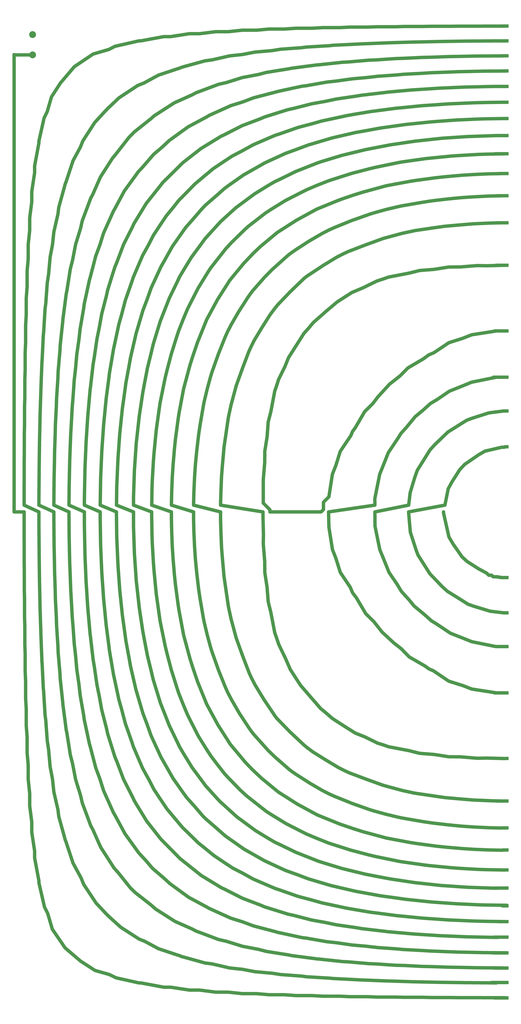
<source format=gbr>
%TF.GenerationSoftware,KiCad,Pcbnew,7.0.1-3b83917a11~172~ubuntu22.04.1*%
%TF.CreationDate,2023-12-10T16:36:40-05:00*%
%TF.ProjectId,coil_template_second,636f696c-5f74-4656-9d70-6c6174655f73,rev?*%
%TF.SameCoordinates,Original*%
%TF.FileFunction,Copper,L1,Top*%
%TF.FilePolarity,Positive*%
%FSLAX46Y46*%
G04 Gerber Fmt 4.6, Leading zero omitted, Abs format (unit mm)*
G04 Created by KiCad (PCBNEW 7.0.1-3b83917a11~172~ubuntu22.04.1) date 2023-12-10 16:36:40*
%MOMM*%
%LPD*%
G01*
G04 APERTURE LIST*
%TA.AperFunction,SMDPad,CuDef*%
%ADD10R,5.000000X5.000000*%
%TD*%
%TA.AperFunction,ComponentPad*%
%ADD11C,10.160000*%
%TD*%
%TA.AperFunction,ViaPad*%
%ADD12C,4.000000*%
%TD*%
%TA.AperFunction,Conductor*%
%ADD13C,5.000000*%
%TD*%
G04 APERTURE END LIST*
D10*
%TO.P,J22,1*%
%TO.N,Net-(J1-Pin_1)*%
X746500000Y-1114093185D03*
%TD*%
D11*
%TO.P,J1,1,Pin_1*%
%TO.N,Net-(J1-Pin_1)*%
X45240000Y-75240000D03*
%TO.P,J1,2,Pin_2*%
X45240000Y-45270000D03*
%TD*%
D10*
%TO.P,J34,1*%
%TO.N,Net-(J1-Pin_1)*%
X746500000Y-1467672196D03*
%TD*%
%TO.P,J11,1*%
%TO.N,Net-(J1-Pin_1)*%
X746500000Y-283188423D03*
%TD*%
%TO.P,J1,1,Pin_1*%
%TO.N,Net-(J1-Pin_1)*%
X746500000Y-32673033D03*
%TD*%
%TO.P,J31,1*%
%TO.N,Net-(J1-Pin_1)*%
X746500000Y-1401208574D03*
%TD*%
%TO.P,J7,1*%
%TO.N,Net-(J1-Pin_1)*%
X746500000Y-169183012D03*
%TD*%
%TO.P,J23,1*%
%TO.N,Net-(J1-Pin_1)*%
X746500000Y-1176878439D03*
%TD*%
%TO.P,J29,1*%
%TO.N,Net-(J1-Pin_1)*%
X746500000Y-1354926607D03*
%TD*%
%TO.P,J28,1*%
%TO.N,Net-(J1-Pin_1)*%
X746500000Y-1331640082D03*
%TD*%
%TO.P,J14,1*%
%TO.N,Net-(J1-Pin_1)*%
X746500000Y-482808655D03*
%TD*%
%TO.P,J17,1*%
%TO.N,Net-(J1-Pin_1)*%
X746500000Y-653800433D03*
%TD*%
%TO.P,J20,1*%
%TO.N,Net-(J1-Pin_1)*%
X746500000Y-948789956D03*
%TD*%
%TO.P,J9,1*%
%TO.N,Net-(J1-Pin_1)*%
X746500000Y-221188514D03*
%TD*%
%TO.P,J24,1*%
%TO.N,Net-(J1-Pin_1)*%
X746500000Y-1216651350D03*
%TD*%
%TO.P,J3,1*%
%TO.N,Net-(J1-Pin_1)*%
X746500000Y-76617652D03*
%TD*%
%TO.P,J8,1*%
%TO.N,Net-(J1-Pin_1)*%
X746500000Y-194375409D03*
%TD*%
%TO.P,J4,1*%
%TO.N,Net-(J1-Pin_1)*%
X746500000Y-98943973D03*
%TD*%
%TO.P,J15,1*%
%TO.N,Net-(J1-Pin_1)*%
X746500000Y-551174179D03*
%TD*%
%TO.P,J6,1*%
%TO.N,Net-(J1-Pin_1)*%
X746500000Y-145133252D03*
%TD*%
%TO.P,J27,1*%
%TO.N,Net-(J1-Pin_1)*%
X746500000Y-1305394228D03*
%TD*%
%TO.P,J32,1*%
%TO.N,Net-(J1-Pin_1)*%
X746500000Y-1423524827D03*
%TD*%
%TO.P,J26,1*%
%TO.N,Net-(J1-Pin_1)*%
X746500000Y-1278711752D03*
%TD*%
%TO.P,J25,1*%
%TO.N,Net-(J1-Pin_1)*%
X746500000Y-1249210547D03*
%TD*%
%TO.P,J10,1*%
%TO.N,Net-(J1-Pin_1)*%
X746500000Y-250399111D03*
%TD*%
%TO.P,J30,1*%
%TO.N,Net-(J1-Pin_1)*%
X746500000Y-1377922050D03*
%TD*%
%TO.P,J2,1*%
%TO.N,Net-(J1-Pin_1)*%
X746500000Y-54535764D03*
%TD*%
%TO.P,J12,1*%
%TO.N,Net-(J1-Pin_1)*%
X746500000Y-323096736D03*
%TD*%
%TO.P,J16,1*%
%TO.N,Net-(J1-Pin_1)*%
X746500000Y-601017812D03*
%TD*%
%TO.P,J13,1*%
%TO.N,Net-(J1-Pin_1)*%
X746500000Y-385849012D03*
%TD*%
%TO.P,J33,1*%
%TO.N,Net-(J1-Pin_1)*%
X746500000Y-1444870808D03*
%TD*%
%TO.P,J19,1*%
%TO.N,Net-(J1-Pin_1)*%
X746500000Y-899014939D03*
%TD*%
%TO.P,J5,1*%
%TO.N,Net-(J1-Pin_1)*%
X746500000Y-121794755D03*
%TD*%
%TO.P,J21,1*%
%TO.N,Net-(J1-Pin_1)*%
X746500000Y-1017240289D03*
%TD*%
%TO.P,J18,1*%
%TO.N,Net-(J1-Pin_1)*%
X746500000Y-847000000D03*
%TD*%
D12*
%TO.N,Net-(J1-Pin_1)*%
X652837268Y-750183508D03*
%TD*%
D13*
%TO.N,Net-(J1-Pin_1)*%
X86300000Y-116881900D02*
X86610000Y-116410000D01*
X610510000Y-698121400D02*
X614090000Y-688330000D01*
X494450000Y-140341300D02*
X522380000Y-136280000D01*
X34910000Y-1000309000D02*
X34200000Y-985600000D01*
X145140000Y-750000000D02*
X121750000Y-740000000D01*
X152940000Y-593735400D02*
X153890000Y-583150000D01*
X674360000Y-223875200D02*
X703300000Y-222210000D01*
X631240000Y-981833200D02*
X625640000Y-977670000D01*
X493680000Y-818768400D02*
X488510000Y-805580000D01*
X319290000Y-1064604300D02*
X303510000Y-1035680000D01*
X740985265Y-169225653D02*
X746260000Y-169150000D01*
X657110000Y-197850800D02*
X688120000Y-195770000D01*
X150180000Y-878526600D02*
X149190000Y-863660000D01*
X489350000Y-61022000D02*
X526180000Y-59230000D01*
X210590000Y-560620300D02*
X215070000Y-537370000D01*
X121750000Y-740000000D02*
X121750000Y-733020000D01*
X124160000Y-650721300D02*
X124290000Y-647060000D01*
X391890000Y-638927500D02*
X393540000Y-617370000D01*
X202290000Y-1253649600D02*
X196280000Y-1245330000D01*
X252210000Y-1301814000D02*
X247960000Y-1298690000D01*
X746500000Y-1017240289D02*
X728174989Y-1017240289D01*
X308290000Y-949548700D02*
X303510000Y-932180000D01*
X273060000Y-1221934400D02*
X267320000Y-1216450000D01*
X746500000Y-283188423D02*
X731676707Y-283188423D01*
X56970000Y-915557500D02*
X56260000Y-892010000D01*
X194380000Y-768233200D02*
X194380000Y-750000000D01*
X126800000Y-608045700D02*
X127410000Y-601110000D01*
X56970000Y-584422200D02*
X57460000Y-568220000D01*
X344240000Y-928896800D02*
X338730000Y-908510000D01*
X246140000Y-255420800D02*
X267150000Y-234590000D01*
X393490000Y-1102120700D02*
X372460000Y-1078780000D01*
X157960000Y-67137500D02*
X166810000Y-62610000D01*
X48190000Y-1260774800D02*
X48190000Y-1250680000D01*
X277970000Y-966962200D02*
X268550000Y-932210000D01*
X197850000Y-842856400D02*
X195770000Y-811880000D01*
X609460000Y-889132400D02*
X601540000Y-879570000D01*
X355510000Y-74611800D02*
X373770000Y-71110000D01*
X698720000Y-284676000D02*
X720980000Y-283600000D01*
X471300000Y-1266929200D02*
X467500000Y-1265700000D01*
X499050000Y-289237100D02*
X519450000Y-282260000D01*
X320590000Y-1125766100D02*
X309080000Y-1110880000D01*
X250160000Y-982935800D02*
X243800000Y-958450000D01*
X694420000Y-488500800D02*
X727670000Y-483280000D01*
X567810000Y-1196488900D02*
X550450000Y-1191720000D01*
X731150000Y-1445430200D02*
X728390000Y-1445430000D01*
X198420000Y-850817500D02*
X197850000Y-842860000D01*
X368270000Y-505834700D02*
X372870000Y-496700000D01*
X596970000Y-177964200D02*
X621260000Y-175450000D01*
X198490000Y-851513100D02*
X198420000Y-850820000D01*
X284740000Y-266205800D02*
X286710000Y-264500000D01*
X140340000Y-1005551200D02*
X136280000Y-977620000D01*
X113780000Y-494849000D02*
X115370000Y-480110000D01*
X681230000Y-563816200D02*
X694160000Y-558490000D01*
X215070000Y-962631400D02*
X210590000Y-939380000D01*
X705420000Y-99373500D02*
X713570000Y-99200000D01*
X730436444Y-948789956D02*
X730430000Y-948796400D01*
X320170000Y-118670700D02*
X331730000Y-116010000D01*
X174020000Y-635166300D02*
X175450000Y-621260000D01*
X480110000Y-1384628800D02*
X450490000Y-1379420000D01*
X318590000Y-281672000D02*
X329160000Y-272280000D01*
X614090000Y-688332900D02*
X623140000Y-673860000D01*
X522570000Y-162630500D02*
X545500000Y-158780000D01*
X251720000Y-698829600D02*
X252890000Y-680470000D01*
X597910000Y-625095800D02*
X611060000Y-609240000D01*
X292230000Y-1456086300D02*
X277230000Y-1456090000D01*
X143870000Y-477566800D02*
X147360000Y-458020000D01*
X145140000Y-739952700D02*
X145420000Y-719430000D01*
X602110000Y-964137800D02*
X590030000Y-951850000D01*
X466240000Y-302542600D02*
X467700000Y-301920000D01*
X746500000Y-54535764D02*
X728424036Y-54535764D01*
X361670000Y-1169349500D02*
X351920000Y-1160410000D01*
X720980000Y-1216399200D02*
X698720000Y-1215320000D01*
X411120000Y-1165322700D02*
X408900000Y-1163880000D01*
X397480000Y-601680800D02*
X403270000Y-571330000D01*
X730430000Y-948796400D02*
X729060000Y-948610000D01*
X82990000Y-957573400D02*
X82570000Y-946770000D01*
X302540000Y-466232300D02*
X303530000Y-464260000D01*
X195670000Y-690567400D02*
X195770000Y-688120000D01*
X250850000Y-780248200D02*
X250420000Y-759960000D01*
X130260000Y-930425400D02*
X127410000Y-898870000D01*
X621470000Y-150177100D02*
X636350000Y-149190000D01*
X697470000Y-324536700D02*
X721060000Y-323560000D01*
X93560000Y-265287800D02*
X94510000Y-263170000D01*
X422590000Y-1343894900D02*
X401630000Y-1337370000D01*
X519450000Y-282263600D02*
X533040000Y-277970000D01*
X406770000Y-337610700D02*
X406970000Y-337450000D01*
X552340000Y-1258869400D02*
X541550000Y-1256200000D01*
X194380000Y-731767100D02*
X194430000Y-727810000D01*
X17888676Y-750000000D02*
X17881832Y-750006844D01*
X220600000Y-1080831600D02*
X214120000Y-1062780000D01*
X727670000Y-483275000D02*
X731580000Y-482770000D01*
X32690000Y-715825200D02*
X32780000Y-703210000D01*
X302510000Y-166805200D02*
X306110000Y-164630000D01*
X608770000Y-1373237800D02*
X608050000Y-1373200000D01*
X95730000Y-424302900D02*
X101040000Y-390960000D01*
X405290000Y-565706000D02*
X408970000Y-554390000D01*
X169560000Y-1118103300D02*
X166850000Y-1111700000D01*
X237030000Y-211090300D02*
X237030000Y-211090000D01*
X76630000Y-1163522300D02*
X74610000Y-1144490000D01*
X610510000Y-698121400D02*
X610510000Y-698120000D01*
X252890000Y-819533800D02*
X251720000Y-801170000D01*
X261050000Y-1017140500D02*
X257750000Y-1006930000D01*
X331740000Y-1384003600D02*
X320160000Y-1381340000D01*
X450360000Y-63588000D02*
X484390000Y-61550000D01*
X567630000Y-57499600D02*
X568220000Y-57460000D01*
X32780000Y-824580800D02*
X32780000Y-796790000D01*
X182320000Y-437641100D02*
X192230000Y-409330000D01*
X465670000Y-1264982700D02*
X434500000Y-1252710000D01*
X484390000Y-1438448700D02*
X450360000Y-1436410000D01*
X224610000Y-835778900D02*
X223880000Y-825640000D01*
X56260000Y-891198500D02*
X55400000Y-852050000D01*
X208310000Y-452569200D02*
X214110000Y-437220000D01*
X35840000Y-434427900D02*
X37070000Y-417530000D01*
X116000000Y-331743400D02*
X118660000Y-320160000D01*
X203410000Y-605204500D02*
X208090000Y-573820000D01*
X227360000Y-1336549800D02*
X219750000Y-1329930000D01*
X603710000Y-779869300D02*
X601060000Y-750000000D01*
X567790000Y-1231451300D02*
X533040000Y-1222030000D01*
X59020000Y-971344900D02*
X57500000Y-932370000D01*
X76660000Y-740000000D02*
X76820000Y-718370000D01*
X731676707Y-283188423D02*
X731488983Y-283376147D01*
X198800000Y-318151200D02*
X213260000Y-294410000D01*
X116260000Y-1413353300D02*
X93240000Y-1393760000D01*
X78910000Y-620998000D02*
X80250000Y-595030000D01*
X573060000Y-561299400D02*
X588290000Y-549390000D01*
X310300000Y-956190600D02*
X308290000Y-949550000D01*
X514830000Y-861284100D02*
X500150000Y-839350000D01*
X716600042Y-840440700D02*
X719672940Y-843513598D01*
X583150000Y-153891100D02*
X593740000Y-152930000D01*
X94950000Y-427918400D02*
X95730000Y-424300000D01*
X258270000Y-1256795800D02*
X234920000Y-1233260000D01*
X162630000Y-310465400D02*
X164590000Y-306120000D01*
X239980000Y-1291293200D02*
X222620000Y-1276380000D01*
X600090000Y-537446000D02*
X623320000Y-523760000D01*
X99370000Y-794584900D02*
X99200000Y-786430000D01*
X715830000Y-1467310100D02*
X703210000Y-1467220000D01*
X427920000Y-1405050000D02*
X424300000Y-1404270000D01*
X338260000Y-150171000D02*
X355700000Y-144720000D01*
X403870000Y-1306041300D02*
X394680000Y-1302150000D01*
X728174989Y-1017240289D02*
X727680000Y-1016745300D01*
X349490000Y-454918100D02*
X362370000Y-434930000D01*
X287850000Y-660085400D02*
X290640000Y-636020000D01*
X636020000Y-1209365000D02*
X622410000Y-1207310000D01*
X340470000Y-224450200D02*
X354520000Y-217230000D01*
X252810000Y-1143379000D02*
X237760000Y-1116860000D01*
X407870000Y-443919300D02*
X425840000Y-425140000D01*
X680010000Y-816218800D02*
X666840000Y-797380000D01*
X537370000Y-215067400D02*
X560620000Y-210590000D01*
X40900000Y-334420100D02*
X40900000Y-315950000D01*
X329770000Y-643704500D02*
X334590000Y-610770000D01*
X115800000Y-211476800D02*
X119450000Y-202300000D01*
X372060000Y-138583200D02*
X404560000Y-130110000D01*
X231400000Y-1339112200D02*
X227360000Y-1336550000D01*
X179640000Y-355187500D02*
X192810000Y-329320000D01*
X223880000Y-825636300D02*
X222210000Y-796700000D01*
X298070000Y-591292700D02*
X299230000Y-585710000D01*
X202570000Y-888891200D02*
X198490000Y-851510000D01*
X376370000Y-318902100D02*
X389320000Y-308920000D01*
X660750000Y-1422310300D02*
X636450000Y-1421430000D01*
X59020000Y-528654700D02*
X59230000Y-526180000D01*
X580810000Y-1395002600D02*
X556040000Y-1393300000D01*
X299230000Y-585707300D02*
X303510000Y-567810000D01*
X195770000Y-811880600D02*
X195670000Y-809430000D01*
X32780000Y-703205800D02*
X32780000Y-675420000D01*
X355190000Y-1320356600D02*
X329330000Y-1307210000D01*
X632620000Y-658617300D02*
X639830000Y-650710000D01*
X355520000Y-1425394200D02*
X336470000Y-1423380000D01*
X268290000Y-930994000D02*
X261660000Y-895420000D01*
X217230000Y-1145487200D02*
X207890000Y-1128590000D01*
X543810000Y-1189705900D02*
X516680000Y-1180080000D01*
X746500000Y-601017812D02*
X740982188Y-601017812D01*
X169550000Y-381903600D02*
X179640000Y-355190000D01*
X158780000Y-954502000D02*
X158230000Y-949760000D01*
X100470000Y-835669500D02*
X100070000Y-826390000D01*
X674370000Y-1276125500D02*
X664220000Y-1275400000D01*
X601180000Y-740000000D02*
X603410000Y-721560000D01*
X146740000Y-678212300D02*
X147520000Y-660400000D01*
X258330000Y-1088177100D02*
X247290000Y-1065500000D01*
X566030000Y-1369274800D02*
X531680000Y-1365280000D01*
X674030000Y-171247400D02*
X705370000Y-169890000D01*
X746500000Y-1331640082D02*
X739709802Y-1331640082D01*
X335160000Y-1232063400D02*
X329830000Y-1228220000D01*
X652720000Y-751268100D02*
X652837268Y-750183508D01*
X165540000Y-1275668900D02*
X162850000Y-1271510000D01*
X284680000Y-698723800D02*
X285980000Y-679160000D01*
X17881832Y-750006844D02*
X17881832Y-74824417D01*
X513150000Y-1135133400D02*
X506190000Y-1131920000D01*
X508640000Y-165044200D02*
X522570000Y-162630000D01*
X126760000Y-891233200D02*
X124300000Y-852930000D01*
X659670000Y-715859400D02*
X665370000Y-705410000D01*
X721810000Y-896645200D02*
X697220000Y-889230000D01*
X746500000Y-98943973D02*
X741794648Y-98943973D01*
X312820000Y-1257123800D02*
X298860000Y-1245620000D01*
X335460000Y-606516500D02*
X338730000Y-591490000D01*
X336480000Y-76626000D02*
X355510000Y-74610000D01*
X415850000Y-127410500D02*
X443190000Y-121540000D01*
X584410000Y-56970200D02*
X607990000Y-56260000D01*
X554550000Y-1466342400D02*
X540560000Y-1465800000D01*
X312010000Y-243386200D02*
X328370000Y-232420000D01*
X550240000Y-1341771200D02*
X545500000Y-1341220000D01*
X475208110Y-735727790D02*
X483260000Y-727675900D01*
X122640000Y-813426400D02*
X122520000Y-807880000D01*
X738813227Y-1330743507D02*
X713560000Y-1330380000D01*
X569570000Y-1369741400D02*
X566030000Y-1369270000D01*
X162630000Y-1189442200D02*
X150170000Y-1161740000D01*
X728027038Y-1423250163D02*
X718370000Y-1423180000D01*
X323090000Y-740000000D02*
X323090000Y-738750000D01*
X734910923Y-250399111D02*
X734779774Y-250530260D01*
X622020000Y-33254400D02*
X635070000Y-32970000D01*
X515690000Y-637292300D02*
X518370000Y-631060000D01*
X256490000Y-642074700D02*
X260370000Y-612950000D01*
X33250000Y-594774400D02*
X33660000Y-581330000D01*
X301920000Y-1032296100D02*
X289240000Y-1000950000D01*
X458640000Y-1323169400D02*
X437640000Y-1317680000D01*
X346060000Y-300636000D02*
X347850000Y-299340000D01*
X700790000Y-76944900D02*
X718370000Y-76820000D01*
X649760000Y-1444600100D02*
X647950000Y-1444600000D01*
X448880000Y-92190300D02*
X465540000Y-90010000D01*
X588560000Y-233758800D02*
X593040000Y-233070000D01*
X37070000Y-417534000D02*
X37070000Y-394670000D01*
X57460000Y-931780800D02*
X56970000Y-915560000D01*
X189790000Y-522849700D02*
X197850000Y-488050000D01*
X228410000Y-625950500D02*
X233070000Y-593030000D01*
X514400000Y-34198400D02*
X540560000Y-34200000D01*
X145840000Y-699899300D02*
X146740000Y-678210000D01*
X537270000Y-1144220200D02*
X513150000Y-1135130000D01*
X503720000Y-86052100D02*
X510980000Y-85700000D01*
X675870000Y-878069600D02*
X658390000Y-867210000D01*
X219370000Y-170093600D02*
X225060000Y-165020000D01*
X54840000Y-809466200D02*
X54570000Y-771610000D01*
X138580000Y-1127936000D02*
X130110000Y-1095450000D01*
X303510000Y-932180700D02*
X299230000Y-914290000D01*
X581540000Y-1419347200D02*
X553230000Y-1417430000D01*
X117510000Y-1414167700D02*
X116260000Y-1413350000D01*
X252890000Y-680465000D02*
X254940000Y-656520000D01*
X528650000Y-1440983400D02*
X526180000Y-1440770000D01*
X318590000Y-281672000D02*
X318590000Y-281670000D01*
X354940000Y-1391236700D02*
X331740000Y-1384000000D01*
X55400000Y-649756000D02*
X55400000Y-647950000D01*
X743170000Y-1114151200D02*
X716760000Y-1113490000D01*
X315960000Y-40897800D02*
X334420000Y-40900000D01*
X32690000Y-756283600D02*
X32690000Y-750000000D01*
X40900000Y-315954800D02*
X43910000Y-292230000D01*
X62130000Y-168552400D02*
X66920000Y-158810000D01*
X343810000Y-1197236200D02*
X321400000Y-1176850000D01*
X419310000Y-966699700D02*
X409170000Y-945870000D01*
X193060000Y-1443358600D02*
X168860000Y-1438000000D01*
X323560000Y-721059000D02*
X324540000Y-697460000D01*
X329800000Y-1007848500D02*
X319930000Y-983320000D01*
X387190000Y-235368300D02*
X392030000Y-233070000D01*
X738870000Y-654550000D02*
X714050000Y-660239500D01*
X323090000Y-738754200D02*
X323560000Y-721060000D01*
X95730000Y-1075699900D02*
X94950000Y-1072080000D01*
X673610000Y-100070500D02*
X705420000Y-99370000D01*
X587680000Y-1266077700D02*
X552340000Y-1258870000D01*
X560620000Y-1289410500D02*
X537370000Y-1284930000D01*
X381400000Y-358679400D02*
X406770000Y-337610000D01*
X105020000Y-231409700D02*
X115800000Y-211480000D01*
X54840000Y-688090900D02*
X55400000Y-649760000D01*
X162850000Y-1271511400D02*
X145900000Y-1245110000D01*
X733961868Y-1354780486D02*
X719430000Y-1354580000D01*
X566030000Y-130725500D02*
X569570000Y-130260000D01*
X467710000Y-1198084300D02*
X466230000Y-1197460000D01*
X537270000Y-355782000D02*
X563610000Y-346260000D01*
X324540000Y-697464100D02*
X325810000Y-681890000D01*
X372870000Y-496701000D02*
X384520000Y-477360000D01*
X303070000Y-1101750000D02*
X290360000Y-1081220000D01*
X205230000Y-54506300D02*
X239230000Y-48190000D01*
X464550000Y-1231709000D02*
X450070000Y-1225600000D01*
X80250000Y-595027300D02*
X80650000Y-581540000D01*
X660770000Y-1111568100D02*
X638920000Y-1108120000D01*
X402830000Y-262598400D02*
X411830000Y-258330000D01*
X677550000Y-1422556700D02*
X660750000Y-1422310000D01*
X399270000Y-68865100D02*
X411790000Y-66870000D01*
X334030000Y-412240300D02*
X336570000Y-408340000D01*
X299840000Y-347047900D02*
X303700000Y-342700000D01*
X54570000Y-740000000D02*
X54570000Y-731150000D01*
X635070000Y-32966700D02*
X662640000Y-32970000D01*
X323560000Y-778940700D02*
X323090000Y-761250000D01*
X265810000Y-1214714500D02*
X243920000Y-1188710000D01*
X282260000Y-980546500D02*
X277970000Y-966960000D01*
X636450000Y-1421433100D02*
X621000000Y-1421090000D01*
X425720000Y-1074819100D02*
X406580000Y-1055130000D01*
X664330000Y-100463600D02*
X673610000Y-100070000D01*
X514360000Y-1279313900D02*
X501870000Y-1276300000D01*
X678210000Y-146736000D02*
X699900000Y-145840000D01*
X260370000Y-887055000D02*
X256490000Y-857920000D01*
X82570000Y-946768400D02*
X80650000Y-918460000D01*
X189790000Y-977149400D02*
X188010000Y-966870000D01*
X374610000Y-1220399200D02*
X354160000Y-1205350000D01*
X32690000Y-750000000D02*
X17888676Y-750000000D01*
X263170000Y-1405487300D02*
X231410000Y-1394980000D01*
X365440000Y-987864200D02*
X355780000Y-962730000D01*
X486840000Y-1301838200D02*
X452570000Y-1291690000D01*
X663740000Y-1328062800D02*
X635170000Y-1325980000D01*
X80650000Y-918459200D02*
X80250000Y-904970000D01*
X738750000Y-1176910200D02*
X731687481Y-1176722478D01*
X136280000Y-522383600D02*
X140340000Y-494450000D01*
X703300000Y-1277789600D02*
X674370000Y-1276130000D01*
X601680000Y-397472700D02*
X617380000Y-393530000D01*
X746500000Y-1423524827D02*
X728301702Y-1423524827D01*
X483260000Y-727675900D02*
X488460000Y-694400000D01*
X94950000Y-1072079500D02*
X92190000Y-1051110000D01*
X526180000Y-1440770600D02*
X489350000Y-1438980000D01*
X77440000Y-822447300D02*
X76950000Y-799210000D01*
X145900000Y-1245109700D02*
X134410000Y-1219290000D01*
X617370000Y-1106459700D02*
X601680000Y-1102520000D01*
X281300000Y-319065800D02*
X295670000Y-302400000D01*
X740410053Y-1249210547D02*
X740040000Y-1249580600D01*
X267320000Y-1216453100D02*
X265810000Y-1214710000D01*
X737393318Y-847000000D02*
X746500000Y-847000000D01*
X76820000Y-718371500D02*
X76950000Y-700790000D01*
X364980000Y-512941600D02*
X368270000Y-505830000D01*
X158730000Y-1433070100D02*
X137520000Y-1427080000D01*
X562970000Y-683008300D02*
X571200000Y-662430000D01*
X650720000Y-1375840900D02*
X647060000Y-1375710000D01*
X221240000Y-756793600D02*
X221240000Y-750000000D01*
X61550000Y-484389500D02*
X63590000Y-450360000D01*
X726554755Y-121794755D02*
X726550000Y-121790000D01*
X594820000Y-103766200D02*
X622820000Y-102300000D01*
X715830000Y-32689900D02*
X739386881Y-32689984D01*
X746500000Y-1176878439D02*
X731843442Y-1176878439D01*
X497490000Y-1127556500D02*
X478260000Y-1116050000D01*
X290390000Y-1238985500D02*
X273060000Y-1221930000D01*
X67560000Y-1342936800D02*
X62700000Y-1333320000D01*
X231410000Y-105011500D02*
X263160000Y-94520000D01*
X278900000Y-441112900D02*
X289890000Y-419620000D01*
X680460000Y-1247113500D02*
X656520000Y-1245060000D01*
X224450000Y-1159533000D02*
X217230000Y-1145490000D01*
X632620000Y-841378800D02*
X618910000Y-819890000D01*
X716750000Y-386502200D02*
X729909403Y-386172368D01*
X475300000Y-385818300D02*
X495170000Y-373750000D01*
X553230000Y-1417427600D02*
X542430000Y-1417010000D01*
X254950000Y-196033400D02*
X275270000Y-181420000D01*
X373230000Y-280534100D02*
X393210000Y-268260000D01*
X571320000Y-1096718800D02*
X565710000Y-1094710000D01*
X43910000Y-292228400D02*
X43910000Y-277230000D01*
X164640000Y-1193890100D02*
X162630000Y-1189440000D01*
X675420000Y-32781100D02*
X703210000Y-32780000D01*
X726546133Y-551174179D02*
X725606628Y-552113684D01*
X568220000Y-57459900D02*
X584410000Y-56970000D01*
X319930000Y-983321300D02*
X310300000Y-956190000D01*
X328200000Y-845097500D02*
X325810000Y-818110000D01*
X268290000Y-568993800D02*
X268490000Y-568050000D01*
X571100000Y-1155759800D02*
X563610000Y-1153740000D01*
X483980000Y-1166571400D02*
X473670000Y-1161290000D01*
X32970000Y-635067500D02*
X33250000Y-622020000D01*
X440180000Y-279403700D02*
X450070000Y-274400000D01*
X162630000Y-522572300D02*
X165040000Y-508640000D01*
X522850000Y-189790600D02*
X533130000Y-188010000D01*
X554990000Y-1091266300D02*
X536230000Y-1082070000D01*
X386280000Y-736995525D02*
X396042621Y-746758146D01*
X55400000Y-852047200D02*
X55400000Y-850240000D01*
X82620000Y-1189546700D02*
X76630000Y-1163520000D01*
X43910000Y-277230000D02*
X48190000Y-249320000D01*
X647060000Y-1375706300D02*
X608770000Y-1373240000D01*
X383210000Y-1186289200D02*
X361670000Y-1169350000D01*
X346260000Y-936389100D02*
X344240000Y-928900000D01*
X105000000Y-580810300D02*
X106700000Y-556040000D01*
X731843442Y-1176878439D02*
X731687481Y-1176722478D01*
X537370000Y-1284933400D02*
X514360000Y-1279310000D01*
X198490000Y-648488300D02*
X202570000Y-611110000D01*
X746500000Y-1444870808D02*
X723306978Y-1444870808D01*
X679160000Y-285975000D02*
X698720000Y-284680000D01*
X80250000Y-904973200D02*
X78910000Y-879000000D01*
X268550000Y-932212700D02*
X268490000Y-931950000D01*
X417530000Y-37071100D02*
X434430000Y-35840000D01*
X474350000Y-34910300D02*
X499690000Y-34910000D01*
X396056478Y-750031876D02*
X471679686Y-750031876D01*
X286710000Y-264502000D02*
X312010000Y-243390000D01*
X235020000Y-465674000D02*
X247290000Y-434500000D01*
X222620000Y-1276381600D02*
X212430000Y-1264500000D01*
X137040000Y-175083800D02*
X152200000Y-158520000D01*
X746500000Y-1401208574D02*
X726196082Y-1401208574D01*
X446280000Y-405515000D02*
X448340000Y-403780000D01*
X458020000Y-147358900D02*
X477570000Y-143870000D01*
X189780000Y-1305057400D02*
X171970000Y-1282890000D01*
X228420000Y-874048200D02*
X227790000Y-868340000D01*
X119450000Y-202298100D02*
X124860000Y-193850000D01*
X424300000Y-95728600D02*
X427920000Y-94950000D01*
X239230000Y-48185800D02*
X249320000Y-48190000D01*
X238430000Y-262843900D02*
X246140000Y-255420000D01*
X682850000Y-936979400D02*
X663050000Y-929140000D01*
X636350000Y-149189000D02*
X660400000Y-147520000D01*
X517470000Y-425893700D02*
X533290000Y-419290000D01*
X105000000Y-919190400D02*
X103770000Y-905180000D01*
X32780000Y-796794300D02*
X32690000Y-784170000D01*
X175450000Y-621264400D02*
X177960000Y-596970000D01*
X610770000Y-1165409200D02*
X606520000Y-1164540000D01*
X501870000Y-1276301600D02*
X471300000Y-1266930000D01*
X741841461Y-899014939D02*
X741800000Y-899056400D01*
X499690000Y-34910300D02*
X514400000Y-34200000D01*
X537780000Y-900306400D02*
X523920000Y-876870000D01*
X635170000Y-174019100D02*
X663740000Y-171940000D01*
X631660000Y-1272210000D02*
X625950000Y-1271590000D01*
X408970000Y-554386800D02*
X418300000Y-535200000D01*
X746110000Y-1401034700D02*
X725876269Y-1400888761D01*
X621000000Y-78910900D02*
X636450000Y-78570000D01*
X396200000Y-459065100D02*
X403070000Y-449750000D01*
X166810000Y-62610900D02*
X191670000Y-56970000D01*
X373770000Y-1428893400D02*
X355520000Y-1425390000D01*
X310460000Y-1417386200D02*
X300200000Y-1416090000D01*
X294100000Y-213478100D02*
X319790000Y-197810000D01*
X283230000Y-740000000D02*
X283230000Y-738350000D01*
X222210000Y-703304100D02*
X223880000Y-674360000D01*
X608050000Y-126800300D02*
X608770000Y-126760000D01*
X224010000Y-341204400D02*
X233990000Y-326100000D01*
X300210000Y-83921200D02*
X310450000Y-82620000D01*
X465540000Y-90009200D02*
X468130000Y-89850000D01*
X329120000Y-1136723100D02*
X320590000Y-1125770000D01*
X720110000Y-603668700D02*
X740930000Y-601070000D01*
X505440000Y-1334215600D02*
X472640000Y-1327190000D01*
X299890000Y-1152855500D02*
X280890000Y-1127310000D01*
X271940000Y-230780400D02*
X294100000Y-213480000D01*
X131100000Y-286847200D02*
X134180000Y-281100000D01*
X298860000Y-1245618500D02*
X290390000Y-1238990000D01*
X450070000Y-274403000D02*
X464570000Y-268290000D01*
X569570000Y-130258800D02*
X601110000Y-127410000D01*
X561930000Y-927492500D02*
X549960000Y-912280000D01*
X746500000Y-653800433D02*
X743465403Y-653800433D01*
X105010000Y-1268593200D02*
X94520000Y-1236840000D01*
X268290000Y-464552200D02*
X274400000Y-450070000D01*
X741080000Y-1423345000D02*
X728027038Y-1423250163D01*
X203410000Y-894796900D02*
X202570000Y-888890000D01*
X318630000Y-1301477100D02*
X294490000Y-1286800000D01*
X210080000Y-116592800D02*
X210080000Y-116590000D01*
X108730000Y-961792800D02*
X106710000Y-943950000D01*
X233070000Y-906949700D02*
X228420000Y-874050000D01*
X601110000Y-127410500D02*
X608050000Y-126800000D01*
X396042621Y-750018019D02*
X396056478Y-750031876D01*
X727810000Y-1305568700D02*
X690570000Y-1304330000D01*
X542430000Y-1417007000D02*
X510980000Y-1414300000D01*
X154260000Y-1068856900D02*
X147360000Y-1041980000D01*
X728136345Y-482808655D02*
X727670000Y-483275000D01*
X158780000Y-545497100D02*
X162630000Y-522570000D01*
X728301702Y-1423524827D02*
X728027038Y-1423250163D01*
X405390000Y-1053729500D02*
X403620000Y-1051360000D01*
X268540000Y-392705700D02*
X279870000Y-374200000D01*
X32690000Y-740000000D02*
X32690000Y-715830000D01*
X727682053Y-1467310042D02*
X715830000Y-1467310000D01*
X702470000Y-1113727900D02*
X677360000Y-1111650000D01*
X493570000Y-681296800D02*
X500060000Y-660600000D01*
X56260000Y-607989900D02*
X56970000Y-584420000D01*
X522380000Y-136281800D02*
X531680000Y-134720000D01*
X506190000Y-1131919200D02*
X497490000Y-1127560000D01*
X338730000Y-1026297400D02*
X333430000Y-1016020000D01*
X528650000Y-59016700D02*
X567630000Y-57500000D01*
X334420000Y-1459104300D02*
X315950000Y-1459100000D01*
X166880000Y-223585600D02*
X187650000Y-197030000D01*
X517060000Y-1249844500D02*
X493080000Y-1242250000D01*
X211050000Y-1384052500D02*
X202790000Y-1380780000D01*
X202570000Y-611107600D02*
X203410000Y-605200000D01*
X495170000Y-373754000D02*
X504420000Y-369020000D01*
X559500000Y-1316831100D02*
X533130000Y-1311990000D01*
X309080000Y-1110877900D02*
X303070000Y-1101750000D01*
X163310000Y-227665600D02*
X166880000Y-223590000D01*
X336470000Y-1423379600D02*
X310460000Y-1417390000D01*
X411830000Y-258330000D02*
X434500000Y-247290000D01*
X402830000Y-1237412600D02*
X393030000Y-1231660000D01*
X208000000Y-240752600D02*
X224000000Y-222210000D01*
X56970000Y-1308313500D02*
X54500000Y-1297610000D01*
X233070000Y-1107960700D02*
X220600000Y-1080830000D01*
X201510000Y-247720600D02*
X208000000Y-240750000D01*
X254890000Y-145902000D02*
X280710000Y-134410000D01*
X212430000Y-1264495900D02*
X202290000Y-1253650000D01*
X145140000Y-740000000D02*
X145140000Y-739950000D01*
X144700000Y-355713000D02*
X150150000Y-338250000D01*
X138580000Y-372058400D02*
X144700000Y-355710000D01*
X76950000Y-700785500D02*
X77440000Y-677550000D01*
X510980000Y-85699100D02*
X542430000Y-82990000D01*
X195770000Y-688118400D02*
X197850000Y-657110000D01*
X197850000Y-1105309000D02*
X193960000Y-1096130000D01*
X172820000Y-138741900D02*
X191960000Y-126110000D01*
X728424036Y-54535764D02*
X728390000Y-54569800D01*
X467500000Y-1265704100D02*
X465670000Y-1264980000D01*
X399270000Y-1431138000D02*
X373770000Y-1428890000D01*
X180670000Y-922193900D02*
X177970000Y-903030000D01*
X285980000Y-820845900D02*
X284680000Y-801280000D01*
X433480000Y-363430400D02*
X453700000Y-350270000D01*
X554110000Y-409171600D02*
X565710000Y-405300000D01*
X121550000Y-1056806200D02*
X120580000Y-1049520000D01*
X746500000Y-1467672196D02*
X728044207Y-1467672196D01*
X697460000Y-1175462200D02*
X681890000Y-1174190000D01*
X216380000Y-356069000D02*
X224010000Y-341200000D01*
X729909403Y-386172368D02*
X743170000Y-385840000D01*
X442140000Y-64663900D02*
X450360000Y-63590000D01*
X32780000Y-675419100D02*
X32970000Y-662640000D01*
X611060000Y-609244300D02*
X611060000Y-609240000D01*
X746500000Y-899014939D02*
X741841461Y-899014939D01*
X656520000Y-1245064300D02*
X642070000Y-1243510000D01*
X458020000Y-1352642600D02*
X431150000Y-1345750000D01*
X99200000Y-713569300D02*
X99370000Y-705420000D01*
X381900000Y-1330453800D02*
X355190000Y-1320360000D01*
X83910000Y-300205000D02*
X92190000Y-270280000D01*
X131110000Y-1213144700D02*
X127410000Y-1203210000D01*
X169150000Y-750000000D02*
X145140000Y-740000000D01*
X166840000Y-388292300D02*
X169550000Y-381900000D01*
X409170000Y-945867600D02*
X405290000Y-934290000D01*
X451840000Y-1098687000D02*
X446770000Y-1094530000D01*
X122520000Y-807878800D02*
X121800000Y-773450000D01*
X327580000Y-193686300D02*
X355190000Y-179650000D01*
X268150000Y-334846200D02*
X271900000Y-329660000D01*
X171940000Y-836263700D02*
X171250000Y-825970000D01*
X250420000Y-740000000D02*
X250850000Y-719750000D01*
X54570000Y-731149300D02*
X54570000Y-728390000D01*
X364930000Y-1068662000D02*
X350530000Y-1046730000D01*
X261040000Y-482857600D02*
X268290000Y-464550000D01*
X550450000Y-308286200D02*
X567820000Y-303510000D01*
X581540000Y-80652900D02*
X595030000Y-80250000D01*
X334590000Y-610773300D02*
X335460000Y-606520000D01*
X355700000Y-144723700D02*
X372060000Y-138580000D01*
X553230000Y-82572500D02*
X581540000Y-80650000D01*
X731580000Y-1017244300D02*
X727680000Y-1016750000D01*
X638690000Y-514832100D02*
X660640000Y-500140000D01*
X376370000Y-318902100D02*
X376370000Y-318900000D01*
X360100000Y-1120112800D02*
X338170000Y-1093960000D01*
X318290000Y-1218005100D02*
X302160000Y-1204100000D01*
X556040000Y-106703500D02*
X580810000Y-105000000D01*
X233070000Y-1028692700D02*
X223700000Y-998130000D01*
X464290000Y-1196486200D02*
X436810000Y-1181550000D01*
X328370000Y-232417700D02*
X340470000Y-224450000D01*
X516680000Y-319927100D02*
X543810000Y-310300000D01*
X591290000Y-1201932400D02*
X585710000Y-1200770000D01*
X649180000Y-1301580800D02*
X648490000Y-1301510000D01*
X703300000Y-222210500D02*
X716040000Y-221760000D01*
X694470000Y-941598800D02*
X682850000Y-936980000D01*
X572220000Y-839333600D02*
X564130000Y-819330000D01*
X108770000Y-1145059100D02*
X104150000Y-1121000000D01*
X130260000Y-569573800D02*
X130730000Y-566030000D01*
X221240000Y-750000000D02*
X194380000Y-740000000D01*
X32690000Y-784174800D02*
X32690000Y-756280000D01*
X333430000Y-483975500D02*
X338930000Y-473290000D01*
X18297415Y-75240000D02*
X17881832Y-74824417D01*
X422590000Y-156108100D02*
X431140000Y-154250000D01*
X437640000Y-1317681700D02*
X409330000Y-1307760000D01*
X501870000Y-223699600D02*
X514360000Y-220690000D01*
X699900000Y-1354158000D02*
X678210000Y-1353260000D01*
X221760000Y-783961200D02*
X221240000Y-756790000D01*
X182320000Y-1062356600D02*
X176830000Y-1041370000D01*
X687300000Y-823008500D02*
X680010000Y-816220000D01*
X213900000Y-1206538700D02*
X197740000Y-1180090000D01*
X227790000Y-631657700D02*
X228410000Y-625950000D01*
X417530000Y-1462929700D02*
X394670000Y-1462930000D01*
X488510000Y-805575700D02*
X483280000Y-772340000D01*
X741112348Y-76617652D02*
X741080000Y-76650000D01*
X354940000Y-108771000D02*
X379000000Y-104150000D01*
X728668305Y-221516651D02*
X743210000Y-221240000D01*
X468130000Y-89854000D02*
X503720000Y-86050000D01*
X280890000Y-1127312700D02*
X268280000Y-1106790000D01*
X474350000Y-1465089800D02*
X458700000Y-1464160000D01*
X292690000Y-622408300D02*
X298070000Y-591290000D01*
X139020000Y-1327525400D02*
X126400000Y-1308480000D01*
X279870000Y-374198800D02*
X294750000Y-354080000D01*
X129290000Y-1092816600D02*
X127410000Y-1084140000D01*
X233070000Y-392028500D02*
X235370000Y-387190000D01*
X739386881Y-32689984D02*
X743720000Y-32690000D01*
X465540000Y-1409991700D02*
X448860000Y-1407810000D01*
X54840000Y-811908900D02*
X54840000Y-809470000D01*
X197850000Y-394676900D02*
X207880000Y-371410000D01*
X388360000Y-677360000D02*
X386280000Y-702462400D01*
X648490000Y-198487800D02*
X649180000Y-198420000D01*
X654900000Y-328198900D02*
X681890000Y-325810000D01*
X612950000Y-260368900D02*
X642070000Y-256490000D01*
X568050000Y-1231513600D02*
X567790000Y-1231450000D01*
X488050000Y-197850800D02*
X522850000Y-189790000D01*
X149190000Y-863655800D02*
X147520000Y-839600000D01*
X86610000Y-116412500D02*
X106800000Y-92760000D01*
X418300000Y-535202500D02*
X423510000Y-522320000D01*
X130730000Y-933967800D02*
X130260000Y-930430000D01*
X563610000Y-1153740000D02*
X537270000Y-1144220000D01*
X728390000Y-1445430200D02*
X722787570Y-1445390216D01*
X267150000Y-234587700D02*
X271940000Y-230780000D01*
X284190000Y-1184308500D02*
X272910000Y-1171650000D01*
X471679686Y-750031876D02*
X475208110Y-746503452D01*
X394690000Y-197850800D02*
X403870000Y-193960000D01*
X643700000Y-329764600D02*
X654900000Y-328200000D01*
X286850000Y-131110500D02*
X296780000Y-127410000D01*
X241130000Y-552337900D02*
X243800000Y-541550000D01*
X642180000Y-915313700D02*
X635000000Y-910920000D01*
X743210000Y-1278758100D02*
X716040000Y-1278240000D01*
X290640000Y-636020100D02*
X292690000Y-622410000D01*
X732927514Y-845733576D02*
X733645742Y-846451804D01*
X124860000Y-193846900D02*
X137040000Y-175080000D01*
X621260000Y-175445800D02*
X635170000Y-174020000D01*
X406970000Y-337449400D02*
X407080000Y-337370000D01*
X33250000Y-622017300D02*
X33250000Y-594770000D01*
X195400000Y-1176222300D02*
X193680000Y-1172420000D01*
X338170000Y-1093959800D02*
X337840000Y-1093560000D01*
X581330000Y-33657700D02*
X594770000Y-33250000D01*
X197850000Y-657112300D02*
X198420000Y-649180000D01*
X301020000Y-1154402100D02*
X299890000Y-1152860000D01*
X488640000Y-1055184900D02*
X477830000Y-1045860000D01*
X331730000Y-116012500D02*
X354940000Y-108770000D01*
X426180000Y-982696100D02*
X419310000Y-966700000D01*
X193960000Y-403868300D02*
X197850000Y-394680000D01*
X326660000Y-1266400900D02*
X312820000Y-1257120000D01*
X716040000Y-221756900D02*
X728668305Y-221516651D01*
X347850000Y-299341900D02*
X347850000Y-299340000D01*
X90010000Y-465538600D02*
X92190000Y-448860000D01*
X540560000Y-1465801600D02*
X514400000Y-1465800000D01*
X276060000Y-1319124200D02*
X252210000Y-1301810000D01*
X467500000Y-234298300D02*
X471300000Y-233070000D01*
X251720000Y-801171400D02*
X250850000Y-780250000D01*
X194380000Y-740000000D02*
X194380000Y-731770000D01*
X162630000Y-1098343200D02*
X156110000Y-1077410000D01*
X192230000Y-409329800D02*
X193960000Y-403870000D01*
X323270000Y-321282800D02*
X344970000Y-301610000D01*
X635170000Y-1325981600D02*
X621260000Y-1324550000D01*
X739709802Y-1331640082D02*
X738813227Y-1330743507D01*
X281190000Y-1365865800D02*
X255660000Y-1354580000D01*
X104140000Y-379009100D02*
X108760000Y-354940000D01*
X746500000Y-1377922050D02*
X726837950Y-1377922050D01*
X169620000Y-713556000D02*
X169890000Y-705370000D01*
X716040000Y-1278243000D02*
X703300000Y-1277790000D01*
X237200000Y-264161700D02*
X237200000Y-264160000D01*
X268280000Y-1106790800D02*
X262600000Y-1097160000D01*
X33660000Y-918672800D02*
X33250000Y-905230000D01*
X231410000Y-1394981000D02*
X211050000Y-1384050000D01*
X115370000Y-480106100D02*
X120580000Y-450490000D01*
X699900000Y-145842100D02*
X719430000Y-145420000D01*
X296780000Y-127410500D02*
X320170000Y-118670000D01*
X522260000Y-625835200D02*
X536110000Y-602030000D01*
X34200000Y-959441800D02*
X33660000Y-945450000D01*
X149190000Y-636345200D02*
X150180000Y-621470000D01*
X76660000Y-750000000D02*
X54570000Y-740000000D01*
X158230000Y-949764900D02*
X153890000Y-916850000D01*
X100070000Y-826389800D02*
X99370000Y-794580000D01*
X242990000Y-312682300D02*
X254150000Y-299140000D01*
X674030000Y-1328753000D02*
X663740000Y-1328060000D01*
X660400000Y-1352484600D02*
X636350000Y-1350810000D01*
X221300000Y-740000000D02*
X221760000Y-716040000D01*
X202400000Y-54506300D02*
X205230000Y-54510000D01*
X660090000Y-1212155400D02*
X636020000Y-1209360000D01*
X477830000Y-1045855600D02*
X470930000Y-1040210000D01*
X589890000Y-633979600D02*
X597910000Y-625100000D01*
X746500000Y-221188514D02*
X728996442Y-221188514D01*
X487150000Y-1301931300D02*
X486840000Y-1301840000D01*
X74610000Y-1144487600D02*
X71110000Y-1126230000D01*
X681890000Y-325805900D02*
X697470000Y-324540000D01*
X459670000Y-1104408000D02*
X451840000Y-1098690000D01*
X388360000Y-677358400D02*
X388440000Y-660760000D01*
X726196082Y-1401208574D02*
X725876269Y-1400888761D01*
X116020000Y-1168267500D02*
X108770000Y-1145060000D01*
X198420000Y-649181200D02*
X198490000Y-648490000D01*
X301860000Y-1155338000D02*
X301020000Y-1154400000D01*
X425840000Y-425138200D02*
X446280000Y-405520000D01*
X567790000Y-268551100D02*
X568050000Y-268490000D01*
X568220000Y-1442540200D02*
X567630000Y-1442500000D01*
X623850000Y-900955300D02*
X609460000Y-889130000D01*
X92190000Y-1051113300D02*
X90010000Y-1034460000D01*
X660640000Y-500136300D02*
X681240000Y-493660000D01*
X559510000Y-183169400D02*
X577810000Y-180670000D01*
X278400000Y-272805100D02*
X284740000Y-266210000D01*
X443190000Y-1378458200D02*
X415830000Y-1372590000D01*
X329160000Y-272277000D02*
X334870000Y-268130000D01*
X338730000Y-908507200D02*
X335460000Y-893480000D01*
X192810000Y-329317200D02*
X195100000Y-324220000D01*
X419760000Y-1210193000D02*
X396440000Y-1195870000D01*
X482860000Y-1238957200D02*
X464550000Y-1231710000D01*
X554550000Y-33657700D02*
X581330000Y-33660000D01*
X698830000Y-251720700D02*
X719750000Y-250850000D01*
X388290000Y-1333159900D02*
X381900000Y-1330450000D01*
X563610000Y-346262400D02*
X571100000Y-344240000D01*
X702470000Y-386260100D02*
X716750000Y-386500000D01*
X591480000Y-1161268700D02*
X571100000Y-1155760000D01*
X373980000Y-1005179200D02*
X369020000Y-995580000D01*
X233070000Y-593034700D02*
X233760000Y-588560000D01*
X533130000Y-188009600D02*
X559510000Y-183170000D01*
X746500000Y-1354926607D02*
X734107989Y-1354926607D01*
X405290000Y-934289700D02*
X403280000Y-928680000D01*
X409330000Y-192239500D02*
X437640000Y-182320000D01*
X434500000Y-1252712400D02*
X411840000Y-1241690000D01*
X607990000Y-1443737000D02*
X584410000Y-1443030000D01*
X233760000Y-911437200D02*
X233070000Y-906950000D01*
X99370000Y-705415500D02*
X100070000Y-673610000D01*
X239230000Y-1451812600D02*
X205220000Y-1445480000D01*
X647950000Y-1444600100D02*
X608800000Y-1443740000D01*
X355150000Y-1461299800D02*
X334420000Y-1459100000D01*
X100460000Y-664331200D02*
X101580000Y-634020000D01*
X446300000Y-486573500D02*
X454130000Y-477690000D01*
X499050000Y-1210766100D02*
X467710000Y-1198080000D01*
X308280000Y-550449900D02*
X310300000Y-543810000D01*
X101580000Y-865981200D02*
X100470000Y-835670000D01*
X54570000Y-750000000D02*
X32690000Y-740000000D01*
X73090000Y-137254500D02*
X86300000Y-116880000D01*
X237030000Y-211090300D02*
X247220000Y-201620000D01*
X55400000Y-647952500D02*
X56260000Y-608800000D01*
X727984472Y-1305394228D02*
X727810000Y-1305568700D01*
X210590000Y-939380900D02*
X208090000Y-926180000D01*
X390960000Y-101048400D02*
X424300000Y-95730000D01*
X571200000Y-662434500D02*
X586240000Y-639920000D01*
X294490000Y-1286800900D02*
X265690000Y-1263840000D01*
X323780000Y-195399300D02*
X327580000Y-193690000D01*
X688090000Y-1445156900D02*
X649760000Y-1444600000D01*
X346260000Y-563611900D02*
X355780000Y-537270000D01*
X397680000Y-303424300D02*
X418780000Y-290360000D01*
X411840000Y-1241688300D02*
X402830000Y-1237410000D01*
X228740000Y-162659400D02*
X254890000Y-145900000D01*
X584410000Y-1443029800D02*
X568220000Y-1442540000D01*
X334870000Y-268132100D02*
X357040000Y-252530000D01*
X35840000Y-458697200D02*
X35840000Y-434430000D01*
X354520000Y-217227300D02*
X371410000Y-207880000D01*
X383750000Y-1262608000D02*
X357980000Y-1248060000D01*
X54500000Y-1297607400D02*
X54500000Y-1294770000D01*
X720980000Y-283600000D02*
X731488983Y-283376147D01*
X403070000Y-449745000D02*
X407870000Y-443920000D01*
X442140000Y-1435337500D02*
X411790000Y-1433130000D01*
X196910000Y-1312115900D02*
X189780000Y-1305060000D01*
X500150000Y-839349500D02*
X493680000Y-818770000D01*
X713560000Y-169619000D02*
X740985265Y-169225653D01*
X424300000Y-1404274500D02*
X390960000Y-1398960000D01*
X194430000Y-727807200D02*
X195670000Y-690570000D01*
X145490000Y-255543500D02*
X161790000Y-230070000D01*
X446770000Y-1094525300D02*
X425720000Y-1074820000D01*
X522400000Y-1076669200D02*
X507580000Y-1067330000D01*
X55400000Y-850244300D02*
X54840000Y-811910000D01*
X407180000Y-129287900D02*
X415850000Y-127410000D01*
X369390000Y-1075011600D02*
X364930000Y-1068660000D01*
X355780000Y-962726800D02*
X346260000Y-936390000D01*
X162630000Y-977417500D02*
X158780000Y-954500000D01*
X303700000Y-342697800D02*
X323270000Y-321280000D01*
X268490000Y-931948600D02*
X268290000Y-930990000D01*
X464570000Y-268291000D02*
X482860000Y-261050000D01*
X644030000Y-583533600D02*
X661370000Y-571820000D01*
X718370000Y-1423183400D02*
X700790000Y-1423060000D01*
X197850000Y-488051000D02*
X198070000Y-487150000D01*
X531680000Y-1365279400D02*
X522380000Y-1363720000D01*
X215070000Y-537367700D02*
X220690000Y-514360000D01*
X169890000Y-794629200D02*
X169620000Y-786440000D01*
X746500000Y-551174179D02*
X726546133Y-551174179D01*
X223880000Y-674364900D02*
X224600000Y-664220000D01*
X169890000Y-705371500D02*
X171250000Y-674030000D01*
X728980000Y-551431900D02*
X730450000Y-551230000D01*
X401650000Y-162630500D02*
X422590000Y-156110000D01*
X77690000Y-839244600D02*
X77440000Y-822450000D01*
X310450000Y-82621800D02*
X336480000Y-76630000D01*
X743720000Y-1467310100D02*
X727682053Y-1467310042D01*
X565710000Y-1094707200D02*
X554990000Y-1091270000D01*
X392030000Y-233070800D02*
X419170000Y-220590000D01*
X34910000Y-499691200D02*
X34910000Y-474350000D01*
X424280000Y-1129980900D02*
X403520000Y-1111840000D01*
X34200000Y-985600000D02*
X34200000Y-959440000D01*
X85700000Y-510978200D02*
X86050000Y-503720000D01*
X577810000Y-180666700D02*
X596970000Y-177960000D01*
X207890000Y-1128590100D02*
X197850000Y-1105310000D01*
X306110000Y-164630600D02*
X310540000Y-162630000D01*
X746260000Y-1330850700D02*
X738813227Y-1330743507D01*
X169150000Y-753744700D02*
X169150000Y-750000000D01*
X595030000Y-80245100D02*
X621000000Y-78910000D01*
X593040000Y-233070800D02*
X625950000Y-228410000D01*
X319920000Y-516676900D02*
X329790000Y-492150000D01*
X101580000Y-634018100D02*
X102300000Y-622820000D01*
X731775409Y-194375409D02*
X731770000Y-194370000D01*
X329790000Y-492154600D02*
X333430000Y-483980000D01*
X728996442Y-221188514D02*
X728668305Y-221516651D01*
X350530000Y-1046733900D02*
X338730000Y-1026300000D01*
X147360000Y-458019400D02*
X154250000Y-431150000D01*
X195460000Y-1376151300D02*
X175480000Y-1363270000D01*
X407080000Y-337371200D02*
X435400000Y-319290000D01*
X518350000Y-869457300D02*
X514830000Y-861280000D01*
X220690000Y-514363000D02*
X223700000Y-501870000D01*
X401630000Y-1337369500D02*
X388290000Y-1333160000D01*
X73090000Y-137254500D02*
X73090000Y-137250000D01*
X339630000Y-351885000D02*
X358930000Y-333120000D01*
X386790000Y-1026266900D02*
X373980000Y-1005180000D01*
X94520000Y-1236836500D02*
X93570000Y-1234710000D01*
X464320000Y-303511100D02*
X466240000Y-302540000D01*
X118660000Y-320160200D02*
X127410000Y-296750000D01*
X158790000Y-1348097200D02*
X153370000Y-1342730000D01*
X92190000Y-1229707300D02*
X83920000Y-1199790000D01*
X103770000Y-905183600D02*
X102300000Y-877180000D01*
X739956748Y-145133252D02*
X739950000Y-145140000D01*
X373770000Y-71110200D02*
X399270000Y-68870000D01*
X92190000Y-448864100D02*
X94950000Y-427920000D01*
X261060000Y-290329700D02*
X261060000Y-290330000D01*
X642070000Y-256487900D02*
X656520000Y-254940000D01*
X106800000Y-92757900D02*
X113970000Y-87850000D01*
X388040000Y-403675000D02*
X399010000Y-392480000D01*
X93240000Y-1393758700D02*
X88090000Y-1386120000D01*
X61020000Y-1010651500D02*
X59230000Y-973820000D01*
X551230000Y-750000000D02*
X601180000Y-740000000D01*
X403870000Y-193961600D02*
X409330000Y-192240000D01*
X37070000Y-1105324900D02*
X37070000Y-1082470000D01*
X666840000Y-797378400D02*
X660760000Y-786980000D01*
X82990000Y-542426000D02*
X85700000Y-510980000D01*
X404560000Y-130106200D02*
X407180000Y-129290000D01*
X450070000Y-1225602100D02*
X441130000Y-1221110000D01*
X488460000Y-694397000D02*
X493570000Y-681300000D01*
X660750000Y-77689900D02*
X677550000Y-77440000D01*
X198690000Y-251571200D02*
X201510000Y-247720000D01*
X261060000Y-290329700D02*
X278400000Y-272810000D01*
X536110000Y-602030900D02*
X548100000Y-590040000D01*
X195670000Y-809433600D02*
X194430000Y-772190000D01*
X71110000Y-373765200D02*
X74610000Y-355520000D01*
X541550000Y-1256203000D02*
X517060000Y-1249840000D01*
X150150000Y-338250900D02*
X162630000Y-310470000D01*
X608050000Y-1373200000D02*
X601100000Y-1372590000D01*
X427920000Y-94952200D02*
X448880000Y-92190000D01*
X713570000Y-99202000D02*
X741737446Y-99001175D01*
X383350000Y-237634700D02*
X387190000Y-235370000D01*
X237400000Y-383729600D02*
X252010000Y-357880000D01*
X680460000Y-252887100D02*
X698830000Y-251720000D01*
X686570000Y-1377359800D02*
X650720000Y-1375840000D01*
X86050000Y-503724400D02*
X89850000Y-468130000D01*
X453700000Y-350265400D02*
X473710000Y-338730000D01*
X127410000Y-1084142400D02*
X121550000Y-1056810000D01*
X694400000Y-1011538100D02*
X681300000Y-1006440000D01*
X390960000Y-1398955900D02*
X379010000Y-1395860000D01*
X390600000Y-1192080100D02*
X383210000Y-1186290000D01*
X698720000Y-1215324000D02*
X679160000Y-1214030000D01*
X243800000Y-958454300D02*
X241130000Y-947660000D01*
X54510000Y-205224300D02*
X54510000Y-202400000D01*
X180950000Y-275933400D02*
X198690000Y-251570000D01*
X579340000Y-943547100D02*
X561930000Y-927490000D01*
X166850000Y-1111703300D02*
X162630000Y-1098340000D01*
X223700000Y-501866900D02*
X233070000Y-471290000D01*
X403520000Y-1111842600D02*
X393490000Y-1102120000D01*
X33660000Y-945452200D02*
X33660000Y-918670000D01*
X34910000Y-1025649400D02*
X34910000Y-1000310000D01*
X56260000Y-608801900D02*
X56260000Y-607990000D01*
X99010000Y-740000000D02*
X99200000Y-713570000D01*
X450480000Y-120582800D02*
X480110000Y-115370000D01*
X168860000Y-1437999300D02*
X158730000Y-1433070000D01*
X152940000Y-906265600D02*
X150180000Y-878530000D01*
X370970000Y-423104400D02*
X388040000Y-403680000D01*
X93570000Y-1234710200D02*
X92190000Y-1229710000D01*
X165790000Y-994563200D02*
X165050000Y-991360000D01*
X153890000Y-916851800D02*
X152940000Y-906270000D01*
X586240000Y-639919500D02*
X589890000Y-633980000D01*
X223700000Y-998131900D02*
X220690000Y-985640000D01*
X394670000Y-37071100D02*
X417530000Y-37070000D01*
X388300000Y-166845300D02*
X401650000Y-162630000D01*
X193960000Y-1096128600D02*
X192240000Y-1090670000D01*
X198070000Y-1012852700D02*
X197850000Y-1011940000D01*
X605200000Y-203407200D02*
X611110000Y-202570000D01*
X660760000Y-786980700D02*
X652720000Y-751270000D01*
X731035130Y-323096736D02*
X730830825Y-323301041D01*
X703210000Y-1467219000D02*
X675420000Y-1467220000D01*
X127410000Y-296746700D02*
X131100000Y-286850000D01*
X625950000Y-228414700D02*
X631660000Y-227790000D01*
X437220000Y-214113300D02*
X452570000Y-208310000D01*
X152200000Y-158520600D02*
X157010000Y-153670000D01*
X468130000Y-1410147000D02*
X465540000Y-1409990000D01*
X171250000Y-825966300D02*
X169890000Y-794630000D01*
X722787570Y-1445390216D02*
X690530000Y-1445160000D01*
X573820000Y-1291914300D02*
X560620000Y-1289410000D01*
X214110000Y-437224800D02*
X220590000Y-419170000D01*
X104150000Y-1120996600D02*
X101050000Y-1109040000D01*
X122520000Y-692121800D02*
X122640000Y-686570000D01*
X210080000Y-116592800D02*
X231410000Y-105010000D01*
X676750000Y-687641000D02*
X683960000Y-679910000D01*
X85700000Y-989022500D02*
X82990000Y-957570000D01*
X433480000Y-363430400D02*
X433480000Y-363430000D01*
X122640000Y-686572900D02*
X124160000Y-650720000D01*
X611110000Y-202572100D02*
X648490000Y-198490000D01*
X434500000Y-247291900D02*
X465670000Y-235020000D01*
X369870000Y-1130196400D02*
X360100000Y-1120110000D01*
X617380000Y-393532400D02*
X638920000Y-391870000D01*
X76820000Y-781628800D02*
X76660000Y-758920000D01*
X403620000Y-1051359600D02*
X386790000Y-1026270000D01*
X371120000Y-368631900D02*
X381400000Y-358680000D01*
X258310000Y-411836100D02*
X262590000Y-402830000D01*
X522850000Y-1310210000D02*
X488050000Y-1302150000D01*
X683960000Y-679906000D02*
X705020000Y-665420000D01*
X165790000Y-505438100D02*
X172810000Y-472640000D01*
X191960000Y-126113800D02*
X200650000Y-120390000D01*
X341020000Y-1275869600D02*
X326660000Y-1266400000D01*
X153890000Y-583147300D02*
X158230000Y-550240000D01*
X403280000Y-928679900D02*
X397470000Y-898330000D01*
X295670000Y-302400800D02*
X300840000Y-297020000D01*
X680810000Y-618560100D02*
X687290000Y-614540000D01*
X746500000Y-482808655D02*
X728136345Y-482808655D01*
X571320000Y-403285200D02*
X601680000Y-397470000D01*
X220690000Y-985638400D02*
X215070000Y-962630000D01*
X207880000Y-371407500D02*
X216380000Y-356070000D01*
X622020000Y-1466745700D02*
X594770000Y-1466750000D01*
X434350000Y-1137277100D02*
X427990000Y-1132870000D01*
X270280000Y-1407809700D02*
X265290000Y-1406440000D01*
X143870000Y-1022434900D02*
X140340000Y-1005550000D01*
X371410000Y-1292117200D02*
X355580000Y-1283340000D01*
X583840000Y-856444900D02*
X572220000Y-839330000D01*
X268490000Y-568050100D02*
X268550000Y-567790000D01*
X34200000Y-514399900D02*
X34910000Y-499690000D01*
X746500000Y-121794755D02*
X726554755Y-121794755D01*
X681890000Y-1174193600D02*
X654900000Y-1171800000D01*
X310300000Y-543811700D02*
X319920000Y-516680000D01*
X533040000Y-1222033900D02*
X519460000Y-1217740000D01*
X494850000Y-113781200D02*
X517770000Y-110510000D01*
X265290000Y-93564200D02*
X270290000Y-92190000D01*
X183170000Y-940493900D02*
X180670000Y-922190000D01*
X503960000Y-434550100D02*
X517470000Y-425890000D01*
X551450000Y-771033900D02*
X551230000Y-750000000D01*
X458700000Y-35843400D02*
X474350000Y-34910000D01*
X484390000Y-61551700D02*
X489350000Y-61020000D01*
X726550000Y-121794700D02*
X733020000Y-121750000D01*
X594820000Y-1396234100D02*
X580810000Y-1395000000D01*
X388440000Y-660762300D02*
X391890000Y-638930000D01*
X108730000Y-538208000D02*
X110510000Y-517770000D01*
X664330000Y-1399536600D02*
X634020000Y-1398420000D01*
X740040000Y-1249580600D02*
X719750000Y-1249150000D01*
X250420000Y-759965000D02*
X250420000Y-750000000D01*
X329770000Y-856295000D02*
X328200000Y-845100000D01*
X388340000Y-822649900D02*
X386260000Y-797530000D01*
X113780000Y-1005152100D02*
X110510000Y-982230000D01*
X719750000Y-250845300D02*
X734779774Y-250530260D01*
X134680000Y-73909400D02*
X157960000Y-67140000D01*
X588560000Y-1266242400D02*
X587680000Y-1266080000D01*
X304750000Y-395480200D02*
X308110000Y-390320000D01*
X649760000Y-55400000D02*
X688090000Y-54840000D01*
X310540000Y-162630500D02*
X338260000Y-150170000D01*
X654800000Y-740000000D02*
X659670000Y-715860000D01*
X650460000Y-859972800D02*
X632620000Y-841380000D01*
X78570000Y-636449500D02*
X78910000Y-621000000D01*
X328200000Y-654902900D02*
X329770000Y-643700000D01*
X621470000Y-1349823400D02*
X593740000Y-1347070000D01*
X565710000Y-405295500D02*
X571320000Y-403290000D01*
X516680000Y-1180076800D02*
X492160000Y-1170210000D01*
X63590000Y-1049636000D02*
X61550000Y-1015610000D01*
X333430000Y-1016022400D02*
X329800000Y-1007850000D01*
X379000000Y-104152200D02*
X390960000Y-101050000D01*
X660090000Y-287845500D02*
X679160000Y-285970000D01*
X656520000Y-254936900D02*
X680460000Y-252890000D01*
X194380000Y-750000000D02*
X169240000Y-740000000D01*
X250160000Y-517062900D02*
X257750000Y-493080000D01*
X334590000Y-889227400D02*
X329770000Y-856300000D01*
X441320000Y-1005979900D02*
X435920000Y-997750000D01*
X746500000Y-76617652D02*
X741112348Y-76617652D01*
X354160000Y-1205352300D02*
X347750000Y-1200730000D01*
X221760000Y-716039500D02*
X222210000Y-703300000D01*
X391870000Y-861082300D02*
X388420000Y-839230000D01*
X271900000Y-329664200D02*
X281300000Y-319070000D01*
X455260000Y-1022132000D02*
X441320000Y-1005980000D01*
X661370000Y-571815100D02*
X681230000Y-563820000D01*
X62700000Y-1333322700D02*
X56970000Y-1308310000D01*
X127410000Y-601111500D02*
X130260000Y-569570000D01*
X247290000Y-1065497900D02*
X235020000Y-1034330000D01*
X746500000Y-250399111D02*
X734910923Y-250399111D01*
X452570000Y-1291691100D02*
X437220000Y-1285890000D01*
X746500000Y-32673033D02*
X739403832Y-32673033D01*
X654900000Y-1171801200D02*
X643700000Y-1170240000D01*
X480110000Y-115371900D02*
X494850000Y-113780000D01*
X746500000Y-194375409D02*
X731775409Y-194375409D01*
X725876269Y-1400888761D02*
X713570000Y-1400800000D01*
X220590000Y-419165200D02*
X233070000Y-392030000D01*
X725606628Y-552113684D02*
X728980000Y-551430000D01*
X458700000Y-1464157000D02*
X434430000Y-1464160000D01*
X92190000Y-270276100D02*
X93560000Y-265290000D01*
X213260000Y-294410900D02*
X235120000Y-267000000D01*
X357980000Y-1248060300D02*
X335160000Y-1232060000D01*
X690570000Y-1304334800D02*
X688120000Y-1304230000D01*
X601100000Y-1372589500D02*
X569570000Y-1369740000D01*
X283600000Y-720977100D02*
X284680000Y-698720000D01*
X35840000Y-1041303200D02*
X34910000Y-1025650000D01*
X494450000Y-1359659200D02*
X477570000Y-1356130000D01*
X68860000Y-399274000D02*
X71110000Y-373770000D01*
X234920000Y-1233255100D02*
X230430000Y-1227640000D01*
X741027906Y-169183012D02*
X740985265Y-169225653D01*
X399010000Y-392479300D02*
X421920000Y-371970000D01*
X450360000Y-1436412900D02*
X442140000Y-1435340000D01*
X339320000Y-404827400D02*
X356920000Y-383500000D01*
X581330000Y-1466342400D02*
X554550000Y-1466340000D01*
X48190000Y-249315600D02*
X48190000Y-239230000D01*
X510980000Y-1414301200D02*
X503720000Y-1413950000D01*
X607990000Y-56263100D02*
X608800000Y-56260000D01*
X739403832Y-32673033D02*
X739386881Y-32689984D01*
X344240000Y-571102300D02*
X346260000Y-563610000D01*
X427990000Y-1132873800D02*
X424280000Y-1129980000D01*
X533130000Y-1311991000D02*
X522850000Y-1310210000D01*
X290360000Y-1081218400D02*
X279400000Y-1059820000D01*
X434000000Y-505874500D02*
X446300000Y-486570000D01*
X593030000Y-1266929200D02*
X588560000Y-1266240000D01*
X202400000Y-1445483200D02*
X193060000Y-1443360000D01*
X89850000Y-468134100D02*
X90010000Y-465540000D01*
X195100000Y-324223200D02*
X198800000Y-318150000D01*
X321400000Y-1176849200D02*
X301860000Y-1155340000D01*
X434430000Y-1464157000D02*
X417530000Y-1462930000D01*
X165050000Y-991362700D02*
X162630000Y-977420000D01*
X263160000Y-94515500D02*
X265290000Y-93560000D01*
X289240000Y-1000948400D02*
X282260000Y-980550000D01*
X249320000Y-1451812600D02*
X239230000Y-1451810000D01*
X733020000Y-1378252300D02*
X726550000Y-1378210000D01*
X282260000Y-519455600D02*
X289230000Y-499050000D01*
X74610000Y-355516700D02*
X76620000Y-336470000D01*
X492150000Y-329800000D02*
X516680000Y-319930000D01*
X303530000Y-464258200D02*
X318620000Y-436520000D01*
X233990000Y-326101400D02*
X242990000Y-312680000D01*
X234300000Y-1032502700D02*
X233070000Y-1028690000D01*
X512140000Y-365443500D02*
X537270000Y-355780000D01*
X716760000Y-1113488300D02*
X702470000Y-1113730000D01*
X283230000Y-738349500D02*
X283600000Y-720980000D01*
X660400000Y-147515800D02*
X678210000Y-146740000D01*
X727680000Y-1016745300D02*
X694400000Y-1011540000D01*
X255660000Y-1354584200D02*
X231400000Y-1339110000D01*
X54570000Y-768850700D02*
X54570000Y-750000000D01*
X415830000Y-1372589500D02*
X407180000Y-1370720000D01*
X208090000Y-926182400D02*
X203410000Y-894800000D01*
X154250000Y-431146400D02*
X156100000Y-422590000D01*
X601680000Y-1102522200D02*
X571320000Y-1096720000D01*
X57460000Y-568218900D02*
X57500000Y-567630000D01*
X195830000Y-188775600D02*
X219370000Y-170090000D01*
X66870000Y-411791800D02*
X68860000Y-399270000D01*
X187650000Y-197032800D02*
X195830000Y-188780000D01*
X441130000Y-1221110300D02*
X419760000Y-1210190000D01*
X164590000Y-306117800D02*
X166490000Y-302990000D01*
X741737446Y-99001175D02*
X746110000Y-98970000D01*
X419170000Y-220594700D02*
X437220000Y-214110000D01*
X746500000Y-1305394228D02*
X727984472Y-1305394228D01*
X608800000Y-1443737000D02*
X607990000Y-1443740000D01*
X452570000Y-208310900D02*
X486840000Y-198160000D01*
X265290000Y-1406438100D02*
X263170000Y-1405490000D01*
X549960000Y-912281600D02*
X537780000Y-900310000D01*
X663740000Y-171937800D02*
X674030000Y-171250000D01*
X83920000Y-1199790500D02*
X82620000Y-1189550000D01*
X188010000Y-533131400D02*
X189790000Y-522850000D01*
X594770000Y-33254400D02*
X622020000Y-33250000D01*
X335460000Y-893482900D02*
X334590000Y-889230000D01*
X59230000Y-973819100D02*
X59020000Y-971340000D01*
X728390000Y-54569800D02*
X731150000Y-54570000D01*
X313160000Y-383869400D02*
X330720000Y-361560000D01*
X197740000Y-1180091900D02*
X195400000Y-1176220000D01*
X33250000Y-877982800D02*
X32970000Y-864930000D01*
X721060000Y-1176437400D02*
X697460000Y-1175460000D01*
X458630000Y-176832600D02*
X472640000Y-172820000D01*
X419170000Y-1279408700D02*
X392030000Y-1266930000D01*
X746500000Y-1249210547D02*
X740410053Y-1249210547D01*
X113970000Y-87854100D02*
X134680000Y-73910000D01*
X719672940Y-843513598D02*
X723917015Y-843513598D01*
X172820000Y-1027357600D02*
X165790000Y-994560000D01*
X235120000Y-266997300D02*
X237200000Y-264160000D01*
X261660000Y-895415300D02*
X260370000Y-887060000D01*
X705370000Y-169890300D02*
X713560000Y-169620000D01*
X158230000Y-550236000D02*
X158780000Y-545500000D01*
X472640000Y-172815400D02*
X505440000Y-165790000D01*
X174020000Y-864832600D02*
X171940000Y-836260000D01*
X746500000Y-145133252D02*
X739956748Y-145133252D01*
X700790000Y-1423055100D02*
X677550000Y-1422560000D01*
X630570000Y-518325100D02*
X638690000Y-514830000D01*
X289890000Y-419621000D02*
X304750000Y-395480000D01*
X48190000Y-239226100D02*
X54510000Y-205220000D01*
X134720000Y-531678200D02*
X136280000Y-522380000D01*
X227790000Y-868343700D02*
X224610000Y-835780000D01*
X705020000Y-665419700D02*
X714050000Y-660240000D01*
X315950000Y-1459104300D02*
X292230000Y-1456090000D01*
X222210000Y-796695000D02*
X221760000Y-783960000D01*
X94510000Y-263166300D02*
X105020000Y-231410000D01*
X625640000Y-977665600D02*
X602110000Y-964140000D01*
X730232759Y-385849012D02*
X729909403Y-386172368D01*
X690530000Y-1445156900D02*
X688090000Y-1445160000D01*
X262600000Y-1097163900D02*
X258330000Y-1088180000D01*
X243920000Y-1188713200D02*
X232500000Y-1171750000D01*
X500060000Y-660598600D02*
X515690000Y-637290000D01*
X683960000Y-679906000D02*
X683960000Y-679910000D01*
X622820000Y-1397698800D02*
X594820000Y-1396230000D01*
X545500000Y-1341220000D02*
X522570000Y-1337370000D01*
X730830825Y-323301041D02*
X738760000Y-323090000D01*
X435400000Y-319289900D02*
X464320000Y-303510000D01*
X531680000Y-134720900D02*
X566030000Y-130730000D01*
X140340000Y-494447700D02*
X143870000Y-477570000D01*
X71110000Y-1126232100D02*
X68870000Y-1100730000D01*
X652837268Y-750183508D02*
X652790000Y-750000000D01*
X681300000Y-1006438300D02*
X660600000Y-999950000D01*
X324450000Y-1305016800D02*
X318630000Y-1301480000D01*
X564130000Y-819333000D02*
X558510000Y-805830000D01*
X455400000Y-1150781400D02*
X434350000Y-1137280000D01*
X746500000Y-323096736D02*
X731035130Y-323096736D01*
X329330000Y-1307210000D02*
X324450000Y-1305020000D01*
X300840000Y-297015600D02*
X318590000Y-281670000D01*
X479030000Y-453851000D02*
X495310000Y-440140000D01*
X198170000Y-1013159900D02*
X198070000Y-1012850000D01*
X673610000Y-1399929700D02*
X664330000Y-1399540000D01*
X82610000Y-310458600D02*
X83910000Y-300210000D01*
X577810000Y-1319334000D02*
X559500000Y-1316830000D01*
X635000000Y-910920200D02*
X623850000Y-900960000D01*
X177960000Y-596973900D02*
X180670000Y-577810000D01*
X130100000Y-404559500D02*
X138580000Y-372060000D01*
X657100000Y-1302149200D02*
X649180000Y-1301580000D01*
X621260000Y-1324555000D02*
X596970000Y-1322040000D01*
X473670000Y-1161286300D02*
X455400000Y-1150780000D01*
X746500000Y-948789956D02*
X730436444Y-948789956D01*
X230430000Y-1227638400D02*
X213900000Y-1206540000D01*
X543810000Y-310298600D02*
X550450000Y-308290000D01*
X596970000Y-1322036400D02*
X577810000Y-1319330000D01*
X301910000Y-467708700D02*
X302540000Y-466230000D01*
X631660000Y-227791200D02*
X664220000Y-224600000D01*
X208090000Y-573816500D02*
X210590000Y-560620000D01*
X116920000Y-1290494200D02*
X105010000Y-1268590000D01*
X98970000Y-753891800D02*
X98970000Y-750000000D01*
X738350000Y-1216773600D02*
X720980000Y-1216400000D01*
X418780000Y-290362500D02*
X440180000Y-279400000D01*
X451490000Y-401457000D02*
X451490000Y-401460000D01*
X66880000Y-1088206600D02*
X64660000Y-1057860000D01*
X606520000Y-1164541700D02*
X591480000Y-1161270000D01*
X622820000Y-102301500D02*
X634020000Y-101580000D01*
X257750000Y-1006926300D02*
X250160000Y-982940000D01*
X448340000Y-403783500D02*
X451490000Y-401460000D01*
X517470000Y-425893700D02*
X517470000Y-425890000D01*
X260370000Y-612946600D02*
X261650000Y-604580000D01*
X608800000Y-56263100D02*
X647950000Y-55400000D01*
X603410000Y-721563900D02*
X610510000Y-698120000D01*
X38700000Y-355152200D02*
X40900000Y-334420000D01*
X392030000Y-1266929200D02*
X387190000Y-1264630000D01*
X298070000Y-908708800D02*
X292690000Y-877590000D01*
X124300000Y-852934700D02*
X124160000Y-849280000D01*
X208310000Y-1047428700D02*
X198170000Y-1013160000D01*
X538210000Y-108730500D02*
X556040000Y-106700000D01*
X647060000Y-124294100D02*
X650720000Y-124160000D01*
X743465403Y-653800433D02*
X742715836Y-654550000D01*
X493070000Y-257751700D02*
X517060000Y-250160000D01*
X567630000Y-1442500500D02*
X528650000Y-1440980000D01*
X80650000Y-581540300D02*
X82570000Y-553230000D01*
X198070000Y-487146100D02*
X198160000Y-486840000D01*
X280710000Y-134414800D02*
X286850000Y-131110000D01*
X621890000Y-600290100D02*
X633230000Y-590090000D01*
X68870000Y-1100728500D02*
X66880000Y-1088210000D01*
X601060000Y-750000000D02*
X654800000Y-740000000D01*
X98970000Y-750000000D02*
X76660000Y-740000000D01*
X247290000Y-434498500D02*
X258310000Y-411840000D01*
X477570000Y-143871300D02*
X494450000Y-140340000D01*
X635070000Y-1467033400D02*
X622020000Y-1466750000D01*
X526180000Y-59229500D02*
X528650000Y-59020000D01*
X77440000Y-677553200D02*
X77690000Y-660750000D01*
X144730000Y-1144299700D02*
X138580000Y-1127940000D01*
X61020000Y-489347900D02*
X61550000Y-484390000D01*
X126800000Y-891953500D02*
X126760000Y-891230000D01*
X323090000Y-750000000D02*
X283230000Y-740000000D01*
X33660000Y-581327300D02*
X33660000Y-554550000D01*
X277970000Y-533036400D02*
X282260000Y-519460000D01*
X351920000Y-1160406300D02*
X333050000Y-1141020000D01*
X279400000Y-1059820400D02*
X274400000Y-1049930000D01*
X76620000Y-336473700D02*
X82610000Y-310460000D01*
X705370000Y-1330109800D02*
X674030000Y-1328750000D01*
X38700000Y-1123861600D02*
X37070000Y-1105320000D01*
X176830000Y-458635800D02*
X182320000Y-437640000D01*
X634020000Y-1398420700D02*
X622820000Y-1397700000D01*
X310460000Y-1337369500D02*
X306130000Y-1335420000D01*
X56730000Y-192753700D02*
X62130000Y-168550000D01*
X263780000Y-1262436400D02*
X262920000Y-1261640000D01*
X568050000Y-268488300D02*
X569000000Y-268290000D01*
X219370000Y-170093600D02*
X219370000Y-170090000D01*
X648490000Y-1301513100D02*
X611110000Y-1297430000D01*
X320160000Y-1381342100D02*
X296740000Y-1372590000D01*
X690570000Y-195665500D02*
X727810000Y-194430000D01*
X523920000Y-876866300D02*
X518350000Y-869460000D01*
X308110000Y-390319800D02*
X313160000Y-383870000D01*
X636450000Y-78567100D02*
X660750000Y-77690000D01*
X454130000Y-477687500D02*
X460100000Y-470530000D01*
X692120000Y-122518700D02*
X726550000Y-121790000D01*
X448860000Y-1407809700D02*
X427920000Y-1405050000D01*
X551220000Y-730440800D02*
X551400000Y-729040000D01*
X323090000Y-761245700D02*
X323090000Y-750000000D01*
X179650000Y-1144805800D02*
X169560000Y-1118100000D01*
X736845122Y-846451804D02*
X737393318Y-847000000D01*
X175450000Y-878736900D02*
X174020000Y-864830000D01*
X355150000Y-38701700D02*
X376140000Y-38700000D01*
X678210000Y-1353264300D02*
X660400000Y-1352480000D01*
X522380000Y-1363718600D02*
X494450000Y-1359660000D01*
X66920000Y-158810600D02*
X73090000Y-137250000D01*
X746500000Y-169183012D02*
X741027906Y-169183012D01*
X198160000Y-486841900D02*
X208310000Y-452570000D01*
X237200000Y-264161700D02*
X238430000Y-262840000D01*
X697220000Y-889232700D02*
X688860000Y-886210000D01*
X372060000Y-1361424100D02*
X355710000Y-1355290000D01*
X89860000Y-1031867200D02*
X86050000Y-996270000D01*
X277230000Y-1456086300D02*
X249320000Y-1451810000D01*
X443190000Y-121543800D02*
X450480000Y-120580000D01*
X713570000Y-1400798000D02*
X705420000Y-1400630000D01*
X519460000Y-1217740300D02*
X499050000Y-1210770000D01*
X347750000Y-1200730300D02*
X343810000Y-1197240000D01*
X355580000Y-1283343900D02*
X341020000Y-1275870000D01*
X386280000Y-702462400D02*
X386280000Y-736995525D01*
X705420000Y-1400626600D02*
X673610000Y-1399930000D01*
X233930000Y-912324500D02*
X233760000Y-911440000D01*
X177970000Y-903025100D02*
X175450000Y-878740000D01*
X157010000Y-153671000D02*
X172820000Y-138740000D01*
X675420000Y-1467219000D02*
X662640000Y-1467030000D01*
X591290000Y-298069900D02*
X622410000Y-292690000D01*
X386260000Y-797530600D02*
X386510000Y-783250000D01*
X734779774Y-250530260D02*
X740040000Y-250420000D01*
X371410000Y-207884700D02*
X394690000Y-197850000D01*
X101040000Y-390960100D02*
X104140000Y-379010000D01*
X423510000Y-522323600D02*
X434000000Y-505870000D01*
X88090000Y-1386119700D02*
X74370000Y-1366140000D01*
X150170000Y-1161738600D02*
X144730000Y-1144300000D01*
X100070000Y-673609600D02*
X100460000Y-664330000D01*
X134720000Y-968321000D02*
X130730000Y-933970000D01*
X102300000Y-877183500D02*
X101580000Y-865980000D01*
X677360000Y-1111646300D02*
X660770000Y-1111570000D01*
X54570000Y-771607600D02*
X54570000Y-768850000D01*
X587680000Y-233923900D02*
X588560000Y-233760000D01*
X741794648Y-98943973D02*
X741737446Y-99001175D01*
X536230000Y-1082069400D02*
X522400000Y-1076670000D01*
X507580000Y-1067328400D02*
X488640000Y-1055180000D01*
X376140000Y-1461299800D02*
X355150000Y-1461300000D01*
X268550000Y-567789000D02*
X277970000Y-533040000D01*
X193680000Y-1172417600D02*
X179650000Y-1144810000D01*
X625950000Y-1271586400D02*
X593030000Y-1266930000D01*
X224000000Y-222208100D02*
X237030000Y-211090000D01*
X145840000Y-800100100D02*
X145420000Y-780570000D01*
X612950000Y-1239632800D02*
X604580000Y-1238350000D01*
X713560000Y-1330380900D02*
X705370000Y-1330110000D01*
X243800000Y-541547200D02*
X250160000Y-517060000D01*
X330720000Y-361558900D02*
X339630000Y-351880000D01*
X558510000Y-805827500D02*
X551450000Y-771030000D01*
X723306978Y-1444870808D02*
X722787570Y-1445390216D01*
X337840000Y-1093556600D02*
X337680000Y-1093330000D01*
X329830000Y-1228222000D02*
X318290000Y-1218010000D01*
X261650000Y-604583400D02*
X268290000Y-568990000D01*
X376140000Y-38701700D02*
X394670000Y-37070000D01*
X595030000Y-1419755000D02*
X581540000Y-1419350000D01*
X494850000Y-1386219400D02*
X480110000Y-1384630000D01*
X90010000Y-1034460200D02*
X89860000Y-1031870000D01*
X197850000Y-1011938500D02*
X189790000Y-977150000D01*
X287850000Y-839913300D02*
X285980000Y-820850000D01*
X43920000Y-1222768800D02*
X43920000Y-1207770000D01*
X426220000Y-368514300D02*
X433480000Y-363430000D01*
X275270000Y-181424900D02*
X302510000Y-166810000D01*
X369020000Y-995581300D02*
X365440000Y-987860000D01*
X147520000Y-839596900D02*
X146740000Y-821790000D01*
X118670000Y-1179831100D02*
X116020000Y-1168270000D01*
X487150000Y-198069700D02*
X488050000Y-197850000D01*
X367560000Y-427453400D02*
X370970000Y-423100000D01*
X590030000Y-951851700D02*
X579340000Y-943550000D01*
X594770000Y-1466745700D02*
X581330000Y-1466340000D01*
X167000000Y-1197806400D02*
X164640000Y-1193890000D01*
X471300000Y-233070800D02*
X501870000Y-223700000D01*
X176830000Y-1041366600D02*
X172820000Y-1027360000D01*
X569000000Y-268291000D02*
X604580000Y-261650000D01*
X687290000Y-614535600D02*
X694370000Y-611900000D01*
X286850000Y-1368903000D02*
X281190000Y-1365870000D01*
X677550000Y-77443400D02*
X700790000Y-76940000D01*
X336570000Y-408337700D02*
X339320000Y-404830000D01*
X120580000Y-1049517000D02*
X115370000Y-1019890000D01*
X290640000Y-863981400D02*
X287850000Y-839910000D01*
X292230000Y-43915400D02*
X315960000Y-40900000D01*
X54840000Y-690534000D02*
X54840000Y-688090000D01*
X78910000Y-879001400D02*
X78570000Y-863550000D01*
X698830000Y-1248279500D02*
X680460000Y-1247110000D01*
X571100000Y-344242300D02*
X591490000Y-338730000D01*
X475208110Y-746503452D02*
X475208110Y-735727790D01*
X299230000Y-914291500D02*
X298070000Y-908710000D01*
X493080000Y-1242251800D02*
X482860000Y-1238960000D01*
X54570000Y-728392300D02*
X54840000Y-690530000D01*
X552340000Y-241131800D02*
X587680000Y-233920000D01*
X538210000Y-1391269700D02*
X517770000Y-1389490000D01*
X106700000Y-556044400D02*
X108730000Y-538210000D01*
X121800000Y-726545800D02*
X122520000Y-692120000D01*
X483980000Y-333434100D02*
X492150000Y-329800000D01*
X292690000Y-877590500D02*
X290640000Y-863980000D01*
X338250000Y-1349843800D02*
X310460000Y-1337370000D01*
X623140000Y-673858700D02*
X632620000Y-658620000D01*
X703210000Y-32781100D02*
X715830000Y-32690000D01*
X482770000Y-750000000D02*
X551230000Y-740000000D01*
X200650000Y-120389200D02*
X210080000Y-116590000D01*
X38700000Y-376139500D02*
X38700000Y-355150000D01*
X40900000Y-1184043700D02*
X40900000Y-1165580000D01*
X169620000Y-786443400D02*
X169150000Y-753740000D01*
X37070000Y-394674400D02*
X38700000Y-376140000D01*
X611060000Y-609244300D02*
X621890000Y-600290000D01*
X250850000Y-719751200D02*
X251720000Y-698830000D01*
X101050000Y-1109036400D02*
X95730000Y-1075700000D01*
X306130000Y-1335423600D02*
X302960000Y-1333500000D01*
X235370000Y-1112804200D02*
X233070000Y-1107960000D01*
X233760000Y-588561600D02*
X233920000Y-587680000D01*
X156100000Y-422585200D02*
X162630000Y-401630000D01*
X406580000Y-1055130200D02*
X405390000Y-1053730000D01*
X32970000Y-864932400D02*
X32970000Y-837360000D01*
X196280000Y-1245327900D02*
X181690000Y-1225070000D01*
X103770000Y-594815700D02*
X105000000Y-580810000D01*
X127410000Y-1203211100D02*
X118670000Y-1179830000D01*
X647950000Y-55400000D02*
X649760000Y-55400000D01*
X540560000Y-34198400D02*
X554550000Y-33660000D01*
X504420000Y-369021400D02*
X512140000Y-365440000D01*
X642070000Y-1243513200D02*
X612950000Y-1239630000D01*
X57500000Y-567633300D02*
X59020000Y-528650000D01*
X127410000Y-898870600D02*
X126800000Y-891950000D01*
X219750000Y-1329925900D02*
X196910000Y-1312120000D01*
X665370000Y-705413100D02*
X676750000Y-687640000D01*
X499690000Y-1465089800D02*
X474350000Y-1465090000D01*
X134180000Y-281103500D02*
X145490000Y-255540000D01*
X194430000Y-772192400D02*
X194380000Y-768230000D01*
X126400000Y-1308475300D02*
X120780000Y-1300030000D01*
X478260000Y-1116046500D02*
X459670000Y-1104410000D01*
X358930000Y-333121900D02*
X363930000Y-328580000D01*
X274400000Y-1049926600D02*
X268290000Y-1035430000D01*
X254940000Y-656524600D02*
X256490000Y-642070000D01*
X466230000Y-1197462300D02*
X464290000Y-1196490000D01*
X63590000Y-450363100D02*
X64660000Y-442140000D01*
X421920000Y-371973200D02*
X426220000Y-368510000D01*
X57500000Y-932367100D02*
X57460000Y-931780000D01*
X61550000Y-1015611200D02*
X61020000Y-1010650000D01*
X102300000Y-622817300D02*
X103770000Y-594820000D01*
X247960000Y-1298690100D02*
X239980000Y-1291290000D01*
X34910000Y-474350400D02*
X35840000Y-458700000D01*
X130110000Y-1095445500D02*
X129290000Y-1092820000D01*
X738472250Y-1216651350D02*
X738350000Y-1216773600D01*
X232500000Y-1171746300D02*
X224450000Y-1159530000D01*
X636350000Y-1350811600D02*
X621470000Y-1349820000D01*
X120580000Y-450485200D02*
X121540000Y-443190000D01*
X202790000Y-1380784800D02*
X195460000Y-1376150000D01*
X394680000Y-1302149200D02*
X371410000Y-1292120000D01*
X165040000Y-508636300D02*
X165790000Y-505440000D01*
X734107989Y-1354926607D02*
X733961868Y-1354780486D01*
X147360000Y-1041978800D02*
X143870000Y-1022430000D01*
X726837950Y-1377922050D02*
X726550000Y-1378210000D01*
X386510000Y-783246400D02*
X385850000Y-756830000D01*
X324540000Y-802536200D02*
X323560000Y-778940000D01*
X153370000Y-1342731800D02*
X139020000Y-1327530000D01*
X76660000Y-758922600D02*
X76660000Y-750000000D01*
X325810000Y-681889400D02*
X328200000Y-654900000D01*
X40900000Y-1165581400D02*
X38700000Y-1144850000D01*
X267790000Y-1164617500D02*
X252810000Y-1143380000D01*
X505440000Y-165785100D02*
X508640000Y-165040000D01*
X126760000Y-608767800D02*
X126800000Y-608050000D01*
X99200000Y-786430400D02*
X98970000Y-753890000D01*
X294750000Y-354081300D02*
X299840000Y-347050000D01*
X283230000Y-761650200D02*
X283230000Y-750000000D01*
X590570000Y-867428000D02*
X583840000Y-856440000D01*
X533040000Y-277968300D02*
X567790000Y-268550000D01*
X637770000Y-984618800D02*
X631240000Y-981830000D01*
X580810000Y-104997600D02*
X594820000Y-103770000D01*
X611110000Y-1297428800D02*
X605210000Y-1296590000D01*
X638920000Y-391872500D02*
X660770000Y-388420000D01*
X129280000Y-407180100D02*
X130100000Y-404560000D01*
X234300000Y-467495200D02*
X235020000Y-465670000D01*
X522570000Y-1337369500D02*
X508640000Y-1334960000D01*
X688090000Y-54843200D02*
X690530000Y-54840000D01*
X344970000Y-301607900D02*
X346060000Y-300640000D01*
X604580000Y-1238347300D02*
X568990000Y-1231710000D01*
X623320000Y-523758300D02*
X630570000Y-518330000D01*
X719750000Y-1249154400D02*
X698830000Y-1248280000D01*
X121540000Y-443191800D02*
X127410000Y-415830000D01*
X746500000Y-1216651350D02*
X738472250Y-1216651350D01*
X169240000Y-740000000D02*
X169620000Y-713560000D01*
X489350000Y-1438978300D02*
X484390000Y-1438450000D01*
X558420000Y-694390200D02*
X562970000Y-683010000D01*
X492160000Y-1170208500D02*
X483980000Y-1166570000D01*
X728044207Y-1467672196D02*
X727682053Y-1467310042D01*
X283600000Y-779023500D02*
X283230000Y-761650000D01*
X731687481Y-1176722478D02*
X721060000Y-1176440000D01*
X274400000Y-450069500D02*
X278900000Y-441110000D01*
X191670000Y-56970200D02*
X202400000Y-54510000D01*
X237760000Y-1116855600D02*
X235370000Y-1112800000D01*
X356920000Y-383497300D02*
X371120000Y-368630000D01*
X45240000Y-75240000D02*
X18297415Y-75240000D01*
X618910000Y-819886300D02*
X615040000Y-813720000D01*
X483280000Y-772338100D02*
X482770000Y-750000000D01*
X556040000Y-1393296700D02*
X538210000Y-1391270000D01*
X639830000Y-650714900D02*
X659170000Y-632190000D01*
X388420000Y-839226900D02*
X388340000Y-822650000D01*
X74370000Y-1366142600D02*
X67560000Y-1342940000D01*
X568990000Y-1231709000D02*
X568050000Y-1231510000D01*
X437220000Y-1285891000D02*
X419170000Y-1279410000D01*
X660770000Y-388419200D02*
X677350000Y-388340000D01*
X54500000Y-1294767600D02*
X48190000Y-1260770000D01*
X284680000Y-801275300D02*
X283600000Y-779020000D01*
X161790000Y-230067700D02*
X163310000Y-227670000D01*
X121750000Y-733022900D02*
X121800000Y-726550000D01*
X660600000Y-999945100D02*
X637770000Y-984620000D01*
X560620000Y-210590500D02*
X573820000Y-208090000D01*
X262590000Y-402828100D02*
X268540000Y-392710000D01*
X171940000Y-663737400D02*
X174020000Y-635170000D01*
X124160000Y-849279600D02*
X122640000Y-813430000D01*
X533290000Y-419291600D02*
X554110000Y-409170000D01*
X721060000Y-323561100D02*
X730830825Y-323301041D01*
X224600000Y-664219900D02*
X227790000Y-631660000D01*
X397470000Y-898325800D02*
X393530000Y-882620000D01*
X393530000Y-882619000D02*
X391870000Y-861080000D01*
X372460000Y-1078781500D02*
X369390000Y-1075010000D01*
X334420000Y-40897800D02*
X355150000Y-38700000D01*
X694370000Y-611902400D02*
X720110000Y-603670000D01*
X150180000Y-621472400D02*
X152940000Y-593740000D01*
X677350000Y-388342100D02*
X702470000Y-386260000D01*
X605210000Y-1296593900D02*
X573820000Y-1291910000D01*
X265690000Y-1263842700D02*
X263780000Y-1262440000D01*
X638920000Y-1108117300D02*
X617370000Y-1106460000D01*
X124290000Y-647064500D02*
X126760000Y-608770000D01*
X145420000Y-780572400D02*
X145140000Y-760050000D01*
X508640000Y-1334956200D02*
X505440000Y-1334220000D01*
X482860000Y-261045500D02*
X493070000Y-257750000D01*
X127410000Y-415829800D02*
X129280000Y-407180000D01*
X77690000Y-660755000D02*
X78570000Y-636450000D01*
X727810000Y-194431000D02*
X731770000Y-194370000D01*
X396440000Y-1195870200D02*
X390600000Y-1192080000D01*
X181690000Y-1225073600D02*
X167000000Y-1197810000D01*
X254150000Y-299141800D02*
X261060000Y-290330000D01*
X662640000Y-32966700D02*
X675420000Y-32780000D01*
X86050000Y-996274900D02*
X85700000Y-989020000D01*
X409330000Y-1307764200D02*
X403870000Y-1306040000D01*
X362370000Y-434925600D02*
X367560000Y-427450000D01*
X550450000Y-1191716600D02*
X543810000Y-1189710000D01*
X622410000Y-292688100D02*
X636020000Y-290640000D01*
X82570000Y-553232200D02*
X82990000Y-542430000D01*
X486840000Y-198163300D02*
X487150000Y-198070000D01*
X411790000Y-1433127300D02*
X399270000Y-1431140000D01*
X567820000Y-303511100D02*
X585710000Y-299230000D01*
X247220000Y-201619400D02*
X254950000Y-196030000D01*
X514400000Y-1465801600D02*
X499690000Y-1465090000D01*
X387190000Y-1264632800D02*
X383750000Y-1262610000D01*
X337680000Y-1093325000D02*
X319290000Y-1064600000D01*
X120780000Y-1300027300D02*
X116920000Y-1290490000D01*
X467700000Y-301923500D02*
X499050000Y-289240000D01*
X437640000Y-182320500D02*
X458630000Y-176830000D01*
X716510000Y-840440700D02*
X716600042Y-840440700D01*
X731488983Y-283376147D02*
X738350000Y-283230000D01*
X643700000Y-1170235700D02*
X610770000Y-1165410000D01*
X726550000Y-1378205100D02*
X692120000Y-1377480000D01*
X746500000Y-385849012D02*
X730232759Y-385849012D01*
X283230000Y-750000000D02*
X250420000Y-740000000D01*
X183170000Y-559505200D02*
X188010000Y-533130000D01*
X289230000Y-499049700D02*
X301910000Y-467710000D01*
X147520000Y-660402100D02*
X149190000Y-636350000D01*
X32970000Y-837359300D02*
X32780000Y-824580000D01*
X411790000Y-66874600D02*
X442140000Y-64660000D01*
X64660000Y-442144300D02*
X66870000Y-411790000D01*
X336570000Y-408337700D02*
X336570000Y-408340000D01*
X681240000Y-493662200D02*
X694420000Y-488500000D01*
X385850000Y-756833000D02*
X385850000Y-750000000D01*
X588290000Y-549390000D02*
X600090000Y-537450000D01*
X686570000Y-122640300D02*
X692120000Y-122520000D01*
X338930000Y-473286200D02*
X349490000Y-454920000D01*
X473710000Y-338731300D02*
X483980000Y-333430000D01*
X733645742Y-846451804D02*
X736845122Y-846451804D01*
X407180000Y-1370716000D02*
X404560000Y-1369900000D01*
X663050000Y-929137100D02*
X642180000Y-915310000D01*
X688860000Y-886210200D02*
X675870000Y-878070000D01*
X319790000Y-197811600D02*
X323780000Y-195400000D01*
X171970000Y-1282886700D02*
X165540000Y-1275670000D01*
X436810000Y-1181551200D02*
X411120000Y-1165320000D01*
X296740000Y-1372589500D02*
X286850000Y-1368900000D01*
X166490000Y-302989600D02*
X180950000Y-275930000D01*
X634020000Y-101579500D02*
X664330000Y-100460000D01*
X254940000Y-843476900D02*
X252890000Y-819530000D01*
X435920000Y-997748100D02*
X426180000Y-982700000D01*
X658390000Y-867211300D02*
X650460000Y-859970000D01*
X690530000Y-54843200D02*
X728390000Y-54570000D01*
X241130000Y-947661000D02*
X233930000Y-912320000D01*
X389320000Y-308917100D02*
X397680000Y-303420000D01*
X541550000Y-243798900D02*
X552340000Y-241130000D01*
X59230000Y-526181300D02*
X61020000Y-489350000D01*
X78570000Y-863551000D02*
X77690000Y-839240000D01*
X741800000Y-899056400D02*
X721810000Y-896650000D01*
X719430000Y-1354582900D02*
X699900000Y-1354160000D01*
X272910000Y-1171651100D02*
X267790000Y-1164620000D01*
X633230000Y-590088800D02*
X644030000Y-583530000D01*
X338730000Y-591486600D02*
X344240000Y-571100000D01*
X694160000Y-558487000D02*
X725606628Y-552113684D01*
X542430000Y-82993100D02*
X553230000Y-82570000D01*
X593740000Y-152934600D02*
X621470000Y-150180000D01*
X33660000Y-554547700D02*
X34200000Y-540560000D01*
X250420000Y-750000000D02*
X221300000Y-740000000D01*
X188010000Y-966869600D02*
X183170000Y-940490000D01*
X145420000Y-719428000D02*
X145840000Y-699900000D01*
X285980000Y-679155300D02*
X287850000Y-660090000D01*
X393210000Y-268264200D02*
X402830000Y-262600000D01*
X34200000Y-540558400D02*
X34200000Y-514400000D01*
X357040000Y-252532700D02*
X383350000Y-237630000D01*
X35840000Y-1065571700D02*
X35840000Y-1041300000D01*
X43920000Y-1207772800D02*
X40900000Y-1184040000D01*
X585710000Y-299230300D02*
X591290000Y-298070000D01*
X551230000Y-740000000D02*
X551220000Y-730440000D01*
X477570000Y-1356129800D02*
X458020000Y-1352640000D01*
X621000000Y-1421089300D02*
X595030000Y-1419760000D01*
X205220000Y-1445483200D02*
X202400000Y-1445480000D01*
X622410000Y-1207313400D02*
X591290000Y-1201930000D01*
X175480000Y-1363267400D02*
X158790000Y-1348100000D01*
X300200000Y-1416085500D02*
X270280000Y-1407810000D01*
X606520000Y-335459500D02*
X610770000Y-334590000D01*
X610770000Y-334592200D02*
X643700000Y-329760000D01*
X192240000Y-1090674400D02*
X182320000Y-1062360000D01*
X233920000Y-587677100D02*
X241130000Y-552340000D01*
X517770000Y-1389488500D02*
X494850000Y-1386220000D01*
X431150000Y-1345748900D02*
X422590000Y-1343890000D01*
X555930000Y-579907100D02*
X573060000Y-561300000D01*
X64660000Y-1057857000D02*
X63590000Y-1049640000D01*
X121750000Y-766977300D02*
X121750000Y-750000000D01*
X136280000Y-977617500D02*
X134720000Y-968320000D01*
X54510000Y-202400700D02*
X56730000Y-192750000D01*
X636020000Y-290636600D02*
X660090000Y-287850000D01*
X679160000Y-1214025500D02*
X660090000Y-1212160000D01*
X106710000Y-943954900D02*
X105000000Y-919190000D01*
X545500000Y-158780300D02*
X550240000Y-158230000D01*
X355710000Y-1355293700D02*
X338250000Y-1349840000D01*
X172810000Y-472640900D02*
X176830000Y-458640000D01*
X214120000Y-1062779400D02*
X208310000Y-1047430000D01*
X704840000Y-834212100D02*
X687300000Y-823010000D01*
X180670000Y-577807200D02*
X183170000Y-559510000D01*
X268290000Y-1035431800D02*
X261050000Y-1017140000D01*
X303510000Y-567808900D02*
X308280000Y-550450000D01*
X431140000Y-154254300D02*
X458020000Y-147360000D01*
X548100000Y-590040100D02*
X555930000Y-579910000D01*
X688120000Y-195771600D02*
X690570000Y-195670000D01*
X403270000Y-571326100D02*
X405290000Y-565710000D01*
X472640000Y-1327185700D02*
X458640000Y-1323170000D01*
X612260000Y-806320700D02*
X603710000Y-779870000D01*
X729060000Y-948615000D02*
X694470000Y-941600000D01*
X591490000Y-338731300D02*
X606520000Y-335460000D01*
X664220000Y-1275397300D02*
X631660000Y-1272210000D01*
X465670000Y-235021200D02*
X467500000Y-234300000D01*
X379010000Y-1395855300D02*
X354940000Y-1391240000D01*
X396042621Y-746758146D02*
X396042621Y-750018019D01*
X739950000Y-1354863100D02*
X733961868Y-1354780486D01*
X156110000Y-1077412000D02*
X154260000Y-1068860000D01*
X355190000Y-179652300D02*
X381900000Y-169550000D01*
X551400000Y-729042200D02*
X558420000Y-694390000D01*
X517060000Y-250157100D02*
X541550000Y-243800000D01*
X121800000Y-773453900D02*
X121750000Y-766980000D01*
X573820000Y-208086500D02*
X605200000Y-203410000D01*
X650720000Y-124159400D02*
X686570000Y-122640000D01*
X115370000Y-1019892800D02*
X113780000Y-1005150000D01*
X110510000Y-517773300D02*
X113780000Y-494850000D01*
X740982188Y-601017812D02*
X740930000Y-601070000D01*
X585710000Y-1200771500D02*
X567810000Y-1196490000D01*
X303510000Y-1035681600D02*
X302540000Y-1033760000D01*
X434430000Y-35843400D02*
X458700000Y-35840000D01*
X302160000Y-1204095900D02*
X297360000Y-1199510000D01*
X608770000Y-126762500D02*
X647060000Y-124290000D01*
X659170000Y-632189200D02*
X680810000Y-618560000D01*
X235370000Y-387193200D02*
X237400000Y-383730000D01*
X262920000Y-1261639100D02*
X258270000Y-1256800000D01*
X718370000Y-76816600D02*
X741080000Y-76650000D01*
X664220000Y-224603400D02*
X674360000Y-223880000D01*
X593740000Y-1347065900D02*
X583150000Y-1346110000D01*
X460100000Y-470529000D02*
X479030000Y-453850000D01*
X233070000Y-471294400D02*
X234300000Y-467500000D01*
X514360000Y-220687500D02*
X537370000Y-215070000D01*
X719430000Y-145417000D02*
X739950000Y-145140000D01*
X450490000Y-1379419200D02*
X443190000Y-1378460000D01*
X470930000Y-1040206300D02*
X455260000Y-1022130000D01*
X318620000Y-436523100D02*
X334030000Y-412240000D01*
X121750000Y-750000000D02*
X99010000Y-740000000D01*
X406860000Y-1162278400D02*
X383520000Y-1143130000D01*
X517770000Y-110511800D02*
X538210000Y-108730000D01*
X355780000Y-537272400D02*
X364980000Y-512940000D01*
X393540000Y-617371600D02*
X397480000Y-601680000D01*
X583150000Y-1346109300D02*
X550240000Y-1341770000D01*
X171250000Y-674032700D02*
X171940000Y-663740000D01*
X76950000Y-799214200D02*
X76820000Y-781630000D01*
X731770000Y-1305625600D02*
X727810000Y-1305570000D01*
X601540000Y-879567400D02*
X590570000Y-867430000D01*
X256490000Y-857924000D02*
X254940000Y-843480000D01*
X662640000Y-1467033400D02*
X635070000Y-1467030000D01*
X649180000Y-198420000D02*
X657110000Y-197850000D01*
X38700000Y-1144846700D02*
X38700000Y-1123860000D01*
X692120000Y-1377481400D02*
X686570000Y-1377360000D01*
X451490000Y-401457000D02*
X475300000Y-385820000D01*
X235020000Y-1034329500D02*
X234300000Y-1032500000D01*
X394670000Y-1462929700D02*
X376140000Y-1461300000D01*
X347850000Y-299341900D02*
X373230000Y-280530000D01*
X162630000Y-401631500D02*
X166840000Y-388290000D01*
X137520000Y-1427082600D02*
X117510000Y-1414170000D01*
X488050000Y-1302149200D02*
X487150000Y-1301930000D01*
X723917015Y-843513598D02*
X726136993Y-845733576D01*
X33250000Y-905225500D02*
X33250000Y-877980000D01*
X302540000Y-1033764700D02*
X301920000Y-1032300000D01*
X726136993Y-845733576D02*
X732927514Y-845733576D01*
X493570000Y-681296800D02*
X493570000Y-681300000D01*
X32970000Y-662640800D02*
X32970000Y-635070000D01*
X604580000Y-261654100D02*
X612950000Y-260370000D01*
X518370000Y-631057200D02*
X522260000Y-625840000D01*
X404560000Y-1369899700D02*
X372060000Y-1361420000D01*
X130730000Y-566033100D02*
X134720000Y-531680000D01*
X408900000Y-1163880400D02*
X406860000Y-1162280000D01*
X384520000Y-477358200D02*
X396200000Y-459070000D01*
X145140000Y-760047100D02*
X145140000Y-750000000D01*
X385850000Y-750000000D02*
X323090000Y-740000000D01*
X249320000Y-48185800D02*
X277230000Y-43920000D01*
X37070000Y-1082466700D02*
X35840000Y-1065570000D01*
X503720000Y-1413948300D02*
X468130000Y-1410150000D01*
X550240000Y-158229100D02*
X583150000Y-153890000D01*
X48190000Y-1250683500D02*
X43920000Y-1222770000D01*
X302960000Y-1333495500D02*
X276060000Y-1319120000D01*
X56260000Y-892009800D02*
X56260000Y-891200000D01*
X108760000Y-354935300D02*
X116000000Y-331740000D01*
X252010000Y-357880400D02*
X268150000Y-334850000D01*
X297360000Y-1199512600D02*
X284190000Y-1184310000D01*
X257750000Y-493076200D02*
X261040000Y-482860000D01*
X688120000Y-1304228800D02*
X657100000Y-1302150000D01*
X146740000Y-821788600D02*
X145840000Y-800100000D01*
X325810000Y-818110200D02*
X324540000Y-802540000D01*
X383520000Y-1143127400D02*
X369870000Y-1130200000D01*
X393030000Y-1231656800D02*
X374610000Y-1220400000D01*
X333050000Y-1141024200D02*
X329120000Y-1136720000D01*
X270290000Y-92190300D02*
X300210000Y-83920000D01*
X134410000Y-1219293500D02*
X131110000Y-1213140000D01*
X363930000Y-328576300D02*
X376370000Y-318900000D01*
X742715836Y-654550000D02*
X738870000Y-654550000D01*
X495310000Y-440137200D02*
X503960000Y-434550000D01*
X110510000Y-982225900D02*
X108730000Y-961790000D01*
X615040000Y-813719600D02*
X612260000Y-806320000D01*
X381900000Y-169554400D02*
X388300000Y-166850000D01*
X704840000Y-834210000D02*
X716510000Y-840440700D01*
X277230000Y-43915400D02*
X292230000Y-43920000D01*
X225060000Y-165020600D02*
X228740000Y-162660000D01*
%TD*%
M02*

</source>
